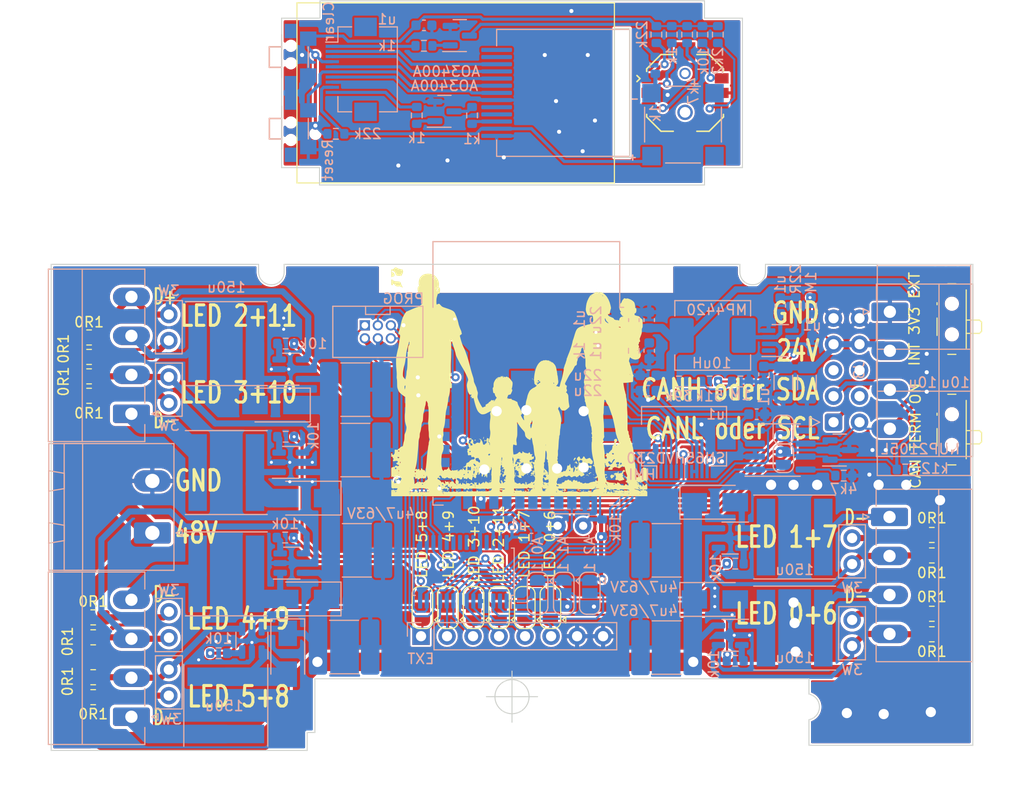
<source format=kicad_pcb>
(kicad_pcb (version 20211014) (generator pcbnew)
  (layers (0 "F.Cu" signal) (31 "B.Cu" signal) (34 "B.Paste" user) (35 "F.Paste" user) (36 "B.SilkS" user "B.Silkscreen") (37 "F.SilkS" user "F.Silkscreen") (38 "B.Mask" user) (39 "F.Mask" user) (44 "Edge.Cuts" user))
  (net 0 "")
  (net 1 "+3V3")
  (net 2 "GND")
  (net 3 "RESET")
  (net 4 "+24V")
  (net 5 "Net-(C8-Pad1)")
  (net 6 "Net-(C9-Pad1)")
  (net 7 "/SW")
  (net 8 "+48V")
  (net 9 "/LED_DRIVER1/D-")
  (net 10 "/LED_DRIVER2/D-")
  (net 11 "/LED_DRIVER3/D-")
  (net 12 "/LED_DRIVER4/D-")
  (net 13 "/LED_DRIVER5/D-")
  (net 14 "/LED_DRIVER6/D-")
  (net 15 "Net-(R2-Pad1)")
  (net 16 "Net-(R3-Pad2)")
  (net 17 "Net-(R4-Pad2)")
  (net 18 "Net-(J7-Pad1)")
  (net 19 "Net-(R5-Pad2)")
  (net 20 "Net-(R6-Pad1)")
  (net 21 "Net-(R6-Pad2)")
  (net 22 "/LED_DRIVER1/PWM")
  (net 23 "Net-(R9-Pad2)")
  (net 24 "/LED_DRIVER1/D+")
  (net 25 "/LED_DRIVER2/PWM")
  (net 26 "Net-(R11-Pad2)")
  (net 27 "/LED_DRIVER2/D+")
  (net 28 "/LED_DRIVER3/PWM")
  (net 29 "Net-(R13-Pad2)")
  (net 30 "/LED_DRIVER3/D+")
  (net 31 "/LED_DRIVER4/PWM")
  (net 32 "Net-(R15-Pad2)")
  (net 33 "/LED_DRIVER4/D+")
  (net 34 "/LED_DRIVER5/PWM")
  (net 35 "Net-(R17-Pad2)")
  (net 36 "/LED_DRIVER5/D+")
  (net 37 "/LED_DRIVER6/PWM")
  (net 38 "Net-(R19-Pad2)")
  (net 39 "/LED_DRIVER6/D+")
  (net 40 "CAN_TX")
  (net 41 "CAN_RX")
  (net 45 "SW1")
  (net 46 "/THERM")
  (net 47 "LED11")
  (net 48 "LED10")
  (net 49 "LED9")
  (net 50 "LED8")
  (net 51 "LED7")
  (net 58 "LED6")
  (net 59 "LED2")
  (net 60 "LED0")
  (net 61 "LED1")
  (net 63 "LED3")
  (net 65 "LED4")
  (net 66 "LED5")
  (net 75 "PROG_TX")
  (net 76 "PROG_RX")
  (net 77 "PROG_IO0")
  (net 81 "A0")
  (net 82 "A1")
  (net 83 "A2")
  (net 84 "CANH_SDA")
  (net 85 "CANL_SCL")
  (net 86 "/top_hmi/SW")
  (net 87 "GND1")
  (net 88 "/top_hmi/RS")
  (net 89 "/top_hmi/MOSI")
  (net 90 "/top_hmi/SCLK")
  (net 91 "MOSI")
  (net 92 "SCLK")
  (net 93 "RS")
  (net 94 "/LED_DRIVER1/LX")
  (net 95 "/LED_DRIVER2/LX")
  (net 96 "/LED_DRIVER3/LX")
  (net 97 "/LED_DRIVER4/LX")
  (net 98 "/LED_DRIVER5/LX")
  (net 99 "/LED_DRIVER6/LX")
  (net 100 "/LED_DRIVER1/R_sense")
  (net 101 "/LED_DRIVER2/R_sense")
  (net 102 "/LED_DRIVER3/R_sense")
  (net 103 "/LED_DRIVER4/R_sense")
  (net 104 "/LED_DRIVER5/R_sense")
  (net 105 "/LED_DRIVER6/R_sense")
  (net 106 "Net-(Q1-Pad1)")
  (net 107 "Net-(Q1-Pad3)")
  (net 108 "/top_hmi/BACKLIGHT")
  (net 109 "+3.3VP")
  (net 110 "Net-(R30-Pad2)")
  (net 111 "Net-(R31-Pad2)")
  (net 112 "Net-(R32-Pad2)")
  (net 113 "Net-(R33-Pad2)")
  (net 114 "Net-(R34-Pad2)")
  (net 117 "/top_hmi/CS")
  (net 120 "/top_hmi/RESET")
  (net 121 "Net-(R28-Pad2)")
  (net 122 "Net-(BZ1-PadN)")
  (net 123 "Net-(Q3-Pad1)")
  (net 124 "Net-(Q3-Pad3)")
  (net 125 "/top_hmi/BUZZER")
  (net 126 "BUZZER")
  (net 127 "BACKLIGHT")
  (footprint "liebler_OPTO:FP-114 13pol" (layer "F.Cu") (at 148.5 91)
    (fp_text reference "X1" hide)
    (fp_text value "LH114" hide)
  )
  (footprint "Resistor_SMD:R_0805_2012Metric_Pad1.20x1.40mm_HandSolder" (layer "F.Cu") (at 191 141.9 180)
    (fp_text reference "R26" hide)
    (fp_text value "0R1")
  )
  (footprint "Resistor_SMD:R_0805_2012Metric_Pad1.20x1.40mm_HandSolder" (layer "F.Cu") (at 191 143.9 180)
    (fp_text reference "R20" hide)
    (fp_text value "0R1")
  )
  (footprint "Resistor_SMD:R_0805_2012Metric_Pad1.20x1.40mm_HandSolder" (layer "F.Cu") (at 108.7 116.8)
    (fp_text reference "R24" hide)
    (fp_text value "0R1")
  )
  (footprint "Resistor_SMD:R_0805_2012Metric_Pad1.20x1.40mm_HandSolder" (layer "F.Cu") (at 109.1 150.05)
    (fp_text reference "R21" hide)
    (fp_text value "0R1")
  )
  (footprint "Resistor_SMD:R_0805_2012Metric_Pad1.20x1.40mm_HandSolder" (layer "F.Cu") (at 109.1 142.25)
    (fp_text reference "R22" hide)
    (fp_text value "0R1")
  )
  (footprint "Jumper:SolderJumper-3_P1.3mm_Open_RoundedPad1.0x1.5mm" (layer "F.Cu") (at 148.748751 141.291251 90)
    (fp_text reference "JP9" hide)
    (fp_text value "LED 2+11")
  )
  (footprint "Jumper:SolderJumper-3_P1.3mm_Open_RoundedPad1.0x1.5mm" (layer "F.Cu") (at 151.248751 141.291251 90)
    (fp_text reference "JP8" hide)
    (fp_text value "LED 1+7")
  )
  (footprint "Jumper:SolderJumper-3_P1.3mm_Open_RoundedPad1.0x1.5mm" (layer "F.Cu") (at 146.248751 141.291251 90)
    (fp_text reference "JP10" hide)
    (fp_text value "LED 3+10")
  )
  (footprint "Jumper:SolderJumper-3_P1.3mm_Open_RoundedPad1.0x1.5mm" (layer "F.Cu") (at 153.748751 141.291251 90)
    (fp_text reference "JP7" hide)
    (fp_text value "LED 0+6")
  )
  (footprint "Jumper:SolderJumper-3_P1.3mm_Open_RoundedPad1.0x1.5mm" (layer "F.Cu") (at 141.248751 141.291251 90)
    (fp_text reference "JP12" hide)
    (fp_text value "LED 5+8")
  )
  (footprint "liebler_MECH:SW_SPDT_PCM12_handsolder" (layer "F.Cu") (at 192.6275 113.1 90)
    (fp_text reference "SW3" hide)
    (fp_text value "INT 3V3 EXT")
  )
  (footprint "Resistor_SMD:R_0805_2012Metric_Pad1.20x1.40mm_HandSolder" (layer "F.Cu") (at 109.1 148.1)
    (fp_text reference "R10" hide)
    (fp_text value "0R1")
  )
  (footprint "liebler_DRAWINGS:family" (layer "F.Cu") (at 150.7 119.2)
    (fp_text reference "IMG1" hide)
    (fp_text value "Family" hide)
  )
  (footprint "Resistor_SMD:R_0805_2012Metric_Pad1.20x1.40mm_HandSolder" (layer "F.Cu") (at 191 136.2 180)
    (fp_text reference "R18" hide)
    (fp_text value "0R1")
  )
  (footprint "Resistor_SMD:R_0805_2012Metric_Pad1.20x1.40mm_HandSolder" (layer "F.Cu") (at 109.1 144.2)
    (fp_text reference "R12" hide)
    (fp_text value "0R1")
  )
  (footprint "Resistor_SMD:R_0805_2012Metric_Pad1.20x1.40mm_HandSolder" (layer "F.Cu") (at 191 134.2 180)
    (fp_text reference "R25" hide)
    (fp_text value "0R1")
  )
  (footprint "Resistor_SMD:R_0805_2012Metric_Pad1.20x1.40mm_HandSolder" (layer "F.Cu") (at 108.7 118.7)
    (fp_text reference "R14" hide)
    (fp_text value "0R1")
  )
  (footprint "liebler_MECH:SW_SPDT_PCM12_handsolder" (layer "F.Cu") (at 192.6275 123.9 90)
    (fp_text reference "SW2" hide)
    (fp_text value "CAN TERM ON")
  )
  (footprint "Resistor_SMD:R_0805_2012Metric_Pad1.20x1.40mm_HandSolder" (layer "F.Cu") (at 108.7 120.6)
    (fp_text reference "R23" hide)
    (fp_text value "0R1")
  )
  (footprint "Resistor_SMD:R_0805_2012Metric_Pad1.20x1.40mm_HandSolder" (layer "F.Cu") (at 108.7 114.9)
    (fp_text reference "R16" hide)
    (fp_text value "0R1")
  )
  (footprint "Jumper:SolderJumper-3_P1.3mm_Open_RoundedPad1.0x1.5mm" (layer "F.Cu") (at 143.748751 141.291251 90)
    (fp_text reference "JP11" hide)
    (fp_text value "LED 4+9")
  )
  (footprint "liebler_MECH:Alps_SKRHABE010" (layer "F.Cu") (at 166.9 91)
    (fp_text reference "S1" hide)
    (fp_text value "ALPS_SKRHABE010" hide)
  )
  (footprint "Diode_SMD:D_SMA" (layer "B.Cu") (at 169.8 131)
    (fp_text reference "D6" hide)
    (fp_text value "D" hide)
  )
  (footprint "RF_Module:ESP32-WROOM-32" (layer "B.Cu") (at 151.4 121.4 180)
    (fp_text reference "U2" hide)
    (fp_text value "ESP32-WROOM-32")
  )
  (footprint "Resistor_SMD:R_0603_1608Metric" (layer "B.Cu") (at 158.8 133.5 90)
    (fp_text reference "R39" hide)
    (fp_text value "10k")
  )
  (footprint "Resistor_SMD:R_0603_1608Metric" (layer "B.Cu") (at 164.1 85.3 -90)
    (fp_text reference "R30" hide)
    (fp_text value "22k")
  )
  (footprint "Capacitor_SMD:C_0603_1608Metric" (layer "B.Cu") (at 163.4 116.2 -90)
    (fp_text reference "C4" hide)
    (fp_text value "u1")
  )
  (footprint "Diode_SMD:D_SMA" (layer "B.Cu") (at 169.8 140.5)
    (fp_text reference "D7" hide)
    (fp_text value "D" hide)
  )
  (footprint "Inductor_SMD:L_Taiyo-Yuden_NR-80xx" (layer "B.Cu") (at 122.1 138)
    (fp_text reference "L3" hide)
    (fp_text value "150u" hide)
  )
  (footprint "Capacitor_SMD:C_2220_5650Metric" (layer "B.Cu") (at 134.7 125.9 180)
    (fp_text reference "C14" hide)
    (fp_text value "4u7/63V" hide)
  )
  (footprint "Jumper:SolderJumper-2_P1.3mm_Open_RoundedPad1.0x1.5mm" (layer "B.Cu") (at 176.5 123.9 -90)
    (fp_text reference "JP14" hide)
    (fp_text value "Jumper_2_Open" hide)
  )
  (footprint "Capacitor_SMD:C_0603_1608Metric" (layer "B.Cu") (at 161.9 113.2 90)
    (fp_text reference "C2" hide)
    (fp_text value "u1")
  )
  (footprint "Resistor_SMD:R_0603_1608Metric" (layer "B.Cu") (at 146.1 93.2 -90)
    (fp_text reference "R28" hide)
    (fp_text value "k1")
  )
  (footprint "Capacitor_SMD:C_1206_3216Metric" (layer "B.Cu") (at 178.8 119.3 -90)
    (fp_text reference "C5" hide)
    (fp_text value "10u")
  )
  (footprint "Resistor_SMD:R_0603_1608Metric" (layer "B.Cu") (at 127.9 124.6 180)
    (fp_text reference "R13" hide)
    (fp_text value "10k")
  )
  (footprint "liebler_MECH:Button_2x4x3,5_handsolder" (layer "B.Cu") (at 128.4075 94.5 -90)
    (fp_text reference "SW1" hide)
    (fp_text value "Reset")
  )
  (footprint "Jumper:SolderJumper-3_P1.3mm_Open_RoundedPad1.0x1.5mm" (layer "B.Cu") (at 152.5 139.891251 -90)
    (fp_text reference "SW4" hide)
    (fp_text value "A0 1")
  )
  (footprint "Connector_Phoenix_MC:PhoenixContact_MC_1,5_4-G-3.81_1x04_P3.81mm_Horizontal" (layer "B.Cu") (at 112.8325 122.36 90)
    (fp_text reference "J4" hide)
    (fp_text value "LED1+2" hide)
  )
  (footprint "Package_TO_SOT_SMD:SOT-23-5" (layer "B.Cu") (at 171.3 144 180)
    (fp_text reference "U10" hide)
    (fp_text value "ZXLD1362" hide)
  )
  (footprint "Resistor_SMD:R_0603_1608Metric" (layer "B.Cu") (at 141.4 86.4)
    (fp_text reference "R36" hide)
    (fp_text value "1k")
  )
  (footprint "Resistor_SMD:R_0603_1608Metric" (layer "B.Cu") (at 127.85 134.45 180)
    (fp_text reference "R11" hide)
    (fp_text value "10k")
  )
  (footprint "Capacitor_SMD:C_2220_5650Metric" (layer "B.Cu") (at 134.7 120 180)
    (fp_text reference "C15" hide)
    (fp_text value "4u7/63V" hide)
  )
  (footprint "Resistor_SMD:R_0603_1608Metric" (layer "B.Cu") (at 165.6 85.3 -90)
    (fp_text reference "R34" hide)
    (fp_text value "1k")
  )
  (footprint "Jumper:SolderJumper-2_P1.3mm_Open_RoundedPad1.0x1.5mm" (layer "B.Cu") (at 176.5 126.7 90)
    (fp_text reference "JP13" hide)
    (fp_text value "Jumper_2_Open" hide)
  )
  (footprint "Package_TO_SOT_SMD:SOT-23-5" (layer "B.Cu") (at 128.5 136.95)
    (fp_text reference "U6" hide)
    (fp_text value "ZXLD1362" hide)
  )
  (footprint "Inductor_SMD:L_Taiyo-Yuden_NR-80xx" (layer "B.Cu") (at 122.1 128.1)
    (fp_text reference "L4" hide)
    (fp_text value "150u" hide)
  )
  (footprint "Capacitor_SMD:C_2220_5650Metric" (layer "B.Cu") (at 133.6 145.15 180)
    (fp_text reference "C12" hide)
    (fp_text value "4u7/63V" hide)
  )
  (footprint "Capacitor_SMD:C_0603_1608Metric" (layer "B.Cu") (at 163.4 113.2 90)
    (fp_text reference "C1" hide)
    (fp_text value "22u")
  )
  (footprint "Package_TO_SOT_SMD:SOT-23-5" (layer "B.Cu") (at 128.4 127.1)
    (fp_text reference "U7" hide)
    (fp_text value "ZXLD1362" hide)
  )
  (footprint "Inductor_SMD:L_Abracon_ASPI-0630LR" (layer "B.Cu") (at 169.6 114.7 180)
    (fp_text reference "L1" hide)
    (fp_text value "10uH")
  )
  (footprint "Resistor_SMD:R_0603_1608Metric" (layer "B.Cu") (at 179.2 111.8 -90)
    (fp_text reference "R4" hide)
    (fp_text value "1M")
  )
  (footprint "Inductor_SMD:L_Taiyo-Yuden_NR-80xx" (layer "B.Cu") (at 177.6 143.3 180)
    (fp_text reference "L7" hide)
    (fp_text value "150u")
  )
  (footprint "liebler_CONN:Jumper 2x2.54" (layer "B.Cu") (at 116.485 121.3)
    (fp_text reference "JP3" hide)
    (fp_text value "3W")
  )
  (footprint "Resistor_SMD:R_0603_1608Metric" (layer "B.Cu") (at 188.4 127.8)
    (fp_text reference "R3" hide)
    (fp_text value "k12")
  )
  (footprint "liebler_CONN:IDC_2x03_P1.27mm_Vertical" (layer "B.Cu") (at 136.9 114.35 -90)
    (fp_text reference "J1" hide)
    (fp_text value "PROG")
  )
  (footprint "Capacitor_SMD:C_0603_1608Metric" (layer "B.Cu") (at 141.4 84.4)
    (fp_text reference "C19" hide)
    (fp_text value "u1")
  )
  (footprint "Connector_Phoenix_MC:PhoenixContact_MC_1,5_4-G-3.81_1x04_P3.81mm_Horizontal" (layer "B.Cu") (at 112.8325 151.96 90)
    (fp_text reference "J3" hide)
    (fp_text value "LED1+2" hide)
  )
  (footprint "liebler_CONN:Jumper 2x2.54" (layer "B.Cu") (at 183.215 134.5 180)
    (fp_text reference "JP5" hide)
    (fp_text value "3W")
  )
  (footprint "Capacitor_SMD:C_0603_1608Metric" (layer "B.Cu") (at 173.9 122.4)
    (fp_text reference "C3" hide)
    (fp_text value "u1")
  )
  (footprint "Inductor_SMD:L_Taiyo-Yuden_NR-80xx" (layer "B.Cu") (at 122.05 150.85 90)
    (fp_text reference "L2" hide)
    (fp_text value "150u")
  )
  (footprint "Capacitor_SMD:C_1206_3216Metric" (layer "B.Cu") (at 176.5 119.3 -90)
    (fp_text reference "C6" hide)
    (fp_text value "10u")
  )
  (footprint "Capacitor_SMD:C_0603_1608Metric" (layer "B.Cu") (at 151.9 134.55)
    (fp_text reference "C18" hide)
    (fp_text value "u1")
  )
  (footprint "Package_TO_SOT_SMD:SOT-23-5" (layer "B.Cu") (at 124.6 144.5 90)
    (fp_text reference "U5" hide)
    (fp_text value "ZXLD1362" hide)
  )
  (footprint "Connector_FFC-FPC:Hirose_FH12-10S-0.5SH_1x10-1MP_P0.50mm_Horizontal" (layer "B.Cu") (at 134.3 88.7 -90)
    (fp_text reference "J10" hide)
    (fp_text value "Conn_01x10" hide)
  )
  (footprint "Resistor_SMD:R_0603_1608Metric" (layer "B.Cu") (at 169.3 119.2 180)
    (fp_text reference "R6" hide)
    (fp_text value "51k")
  )
  (footprint "Resistor_SMD:R_0603_1608Metric" (layer "B.Cu") (at 182.4 128.4)
    (fp_text reference "R2" hide)
    (fp_text value "4k7")
  )
  (footprint "Capacitor_SMD:C_0603_1608Metric" (layer "B.Cu") (at 179.3 115.5 90)
    (fp_text reference "C8" hide)
    (fp_text value "u1")
  )
  (footprint "Diode_SMD:D_SMA" (layer "B.Cu") (at 128.1 145.8 -90)
    (fp_text reference "D2" hide)
    (fp_text value "D" hide)
  )
  (footprint "Capacitor_SMD:C_0603_1608Metric" (layer "B.Cu") (at 176.2 111.8 -90)
    (fp_text reference "C9" hide)
    (fp_text value "u1")
  )
  (footprint "Resistor_SMD:R_0603_1608Metric" (layer "B.Cu") (at 132.8 95 180)
    (fp_text reference "R29" hide)
    (fp_text value "22k")
  )
  (footprint "Capacitor_THT:C_Disc_D3.4mm_W2.1mm_P2.50mm" (layer "B.Cu") (at 156.95 133.3 180)
    (fp_text reference "TH1" hide)
    (fp_text value "Thermistor_NTC" hide)
  )
  (footprint "Resistor_SMD:R_0603_1608Metric" (layer "B.Cu") (at 127.9 115.5 180)
    (fp_text reference "R15" hide)
    (fp_text value "10k")
  )
  (footprint "Connector_IDC:IDC-Header_2x05_P2.54mm_Horizontal" (layer "B.Cu") (at 181.4 123.18)
    (fp_text reference "J7" hide)
    (fp_text value "SensactBusConnector" hide)
  )
  (footprint "Connector_FFC-FPC:Hirose_FH12-10S-0.5SH_1x10-1MP_P0.50mm_Horizontal" (layer "B.Cu") (at 166.8 126.15)
    (fp_text reference "J9" hide)
    (fp_text value "HMI")
  )
  (footprint "liebler_MECH:Button_2x4x3,5_handsolder" (layer "B.Cu") (at 128.4 87.5 -90)
    (fp_text reference "SW7" hide)
    (fp_text value "Clear")
  )
  (footprint "Resistor_SMD:R_0603_1608Metric" (layer "B.Cu") (at 164 88.3 -90)
    (fp_text reference "R37" hide)
    (fp_text value "1k")
  )
  (footprint "liebler_CONN:Jumper 2x2.54" (layer "B.Cu") (at 183.215 142.5 180)
    (fp_text reference "JP6" hide)
    (fp_text value "3W")
  )
  (footprint "Diode_SMD:D_SMA" (layer "B.Cu") (at 129.9 140.45 180)
    (fp_text reference "D3" hide)
    (fp_text value "D" hide)
  )
  (footprint "liebler_CONN:Jumper 2x2.54" (layer "B.Cu") (at 116.5 141.7 180)
    (fp_text reference "JP2" hide)
    (fp_text value "3W")
  )
  (footprint "Capacitor_SMD:C_0603_1608Metric" (layer "B.Cu") (at 163.3 120.1 180)
    (fp_text reference "C10" hide)
    (fp_text value "22u")
  )
  (footprint "Resistor_SMD:R_0603_1608Metric" (layer "B.Cu") (at 171.8 137)
    (fp_text reference "R17" hide)
    (fp_text value "10k")
  )
  (footprint "liebler_MECH:XDCR_CMT-7525-80-SMT-TR" (layer "B.Cu") (at 166.7 94.1)
    (fp_text reference "BZ1" hide)
    (fp_text value "Buzzer" hide)
  )
  (footprint "Resistor_SMD:R_0603_1608Metric" (layer "B.Cu") (at 171.8 146.5)
    (fp_text reference "R19" hide)
    (fp_text value "10k")
  )
  (footprint "Package_TO_SOT_SMD:SOT-23-5" (layer "B.Cu") (at 171.3 134.5 180)
    (fp_text reference "U9" hide)
    (fp_text value "ZXLD1362" hide)
  )
  (footprint "Resistor_SMD:R_0603_1608Metric" (layer "B.Cu") (at 177.7 111.8 -90)
    (fp_text reference "R5" hide)
    (fp_text value "22R")
  )
  (footprint "Resistor_SMD:R_0603_1608Metric" (layer "B.Cu") (at 166.3 119.2 180)
    (fp_text reference "R8" hide)
    (fp_text value "39k")
  )
  (footprint "liebler_CONN:Jumper 2x2.54" (layer "B.Cu") (at 116.485 149.9)
    (fp_text reference "JP1" hide)
    (fp_text value "3W")
  )
  (footprint "Diode_SMD:D_SMA" (layer "B.Cu") (at 126.9 121.5 180)
    (fp_text reference "D5" hide)
    (fp_text value "D" hide)
  )
  (footprint "Resistor_SMD:R_0603_1608Metric" (layer "B.Cu") (at 161.9 116.2 -90)
    (fp_text reference "R1" hide)
    (fp_text value "1k")
  )
  (footprint "Package_SO:SOIC-8_3.9x4.9mm_P1.27mm" (layer "B.Cu") (at 176.2 125.9)
    (fp_text reference "U1" hide)
    (fp_text value "SN65HVD230")
  )
  (footprint "Jumper:SolderJumper-3_P1.3mm_Open_RoundedPad1.0x1.5mm" (layer "B.Cu") (at 155.0575 139.891251 -90)
    (fp_text reference "SW5" hide)
    (fp_text value "A1 1")
  )
  (footprint "Connector_Phoenix_MSTB:PhoenixContact_MSTBA_2,5_2-G-5,08_1x02_P5.08mm_Horizontal" (layer "B.Cu") (at 114.8775 134 90)
    (fp_text reference "J6" hide)
    (fp_text value "Conn_01x02" hide)
  )
  (footprint "Capacitor_SMD:C_0603_1608Metric" (layer "B.Cu") (at 174.6 118.5 -90)
    (fp_text reference "C7" hide)
    (fp_text value "u1")
  )
  (footprint "Connector_Phoenix_MC:PhoenixContact_MC_1,5_4-G-3.81_1x04_P3.81mm_Horizontal" (layer "B.Cu") (at 186.9 112.39 -90)
    (fp_text reference "J8")
    (fp_text value "POWER+CAN")
  )
  (footprint "Capacitor_SMD:C_0603_1608Metric" (layer "B.Cu") (at 163.3 118.6 180)
    (fp_text reference "C11" hide)
    (fp_text value "22u")
  )
  (footprint "Package_TO_SOT_SMD:SOT-23-5" (layer "B.Cu") (at 128.4 118)
    (fp_text reference "U8" hide)
    (fp_text value "ZXLD1362" hide)
  )
  (footprint "Inductor_SMD:L_Taiyo-Yuden_NR-80xx" (layer "B.Cu") (at 177.6 134.4 180)
    (fp_text reference "L6" hide)
    (fp_text value "150u")
  )
  (footprint "Capacitor_SMD:C_2220_5650Metric" (layer "B.Cu") (at 165.1 145.2)
    (fp_text reference "C17" hide)
    (fp_text value "4u7/63V")
  )
  (footprint "Package_TO_SOT_SMD:SOT-23" (layer "B.Cu") (at 144.9 85.4)
    (fp_text reference "Q3" hide)
    (fp_text value "AO3400A")
  )
  (footprint "Resistor_SMD:R_0603_1608Metric" (layer "B.Cu") (at 167.1 85.3 -90)
    (fp_text reference "R32" hide)
    (fp_text value "4k7")
  )
  (footprint "Resistor_SMD:R_0603_1608Metric" (layer "B.Cu") (at 168.6 85.3 -90)
    (fp_text reference "R31" hide)
    (fp_text value "10k")
  )
  (footprint "Diode_SMD:D_SMA" (layer "B.Cu") (at 129.9 130.6 180)
    (fp_text reference "D4" hide)
    (fp_text value "D" hide)
  )
  (footprint "Package_SO:TSSOP-28_4.4x9.7mm_P0.65mm" (layer "B.Cu") (at 145.25 137.791251 90)
    (fp_text reference "U4" hide)
    (fp_text value "PCA9685PW" hide)
  )
  (footprint "Resistor_SMD:R_0603_1608Metric" (layer "B.Cu") (at 121.35 145.75)
    (fp_text reference "R9" hide)
    (fp_text value "10k")
  )
  (footprint "Resistor_SMD:R_0603_1608Metric" (layer "B.Cu") (at 140.7 93.2 -90)
    (fp_text reference "R27" hide)
    (fp_text value "1k")
  )
  (footprint "Capacitor_SMD:C_2220_5650Metric" (layer "B.Cu") (at 165.1 135.7)
    (fp_text reference "C16" hide)
    (fp_text value "4u7/63V")
  )
  (footprint "Resistor_SMD:R_0603_1608Metric" (layer "B.Cu") (at 172.3 119.2)
    (fp_text reference "R7" hide)
    (fp_text value "1M")
  )
  (footprint "Package_TO_SOT_SMD:SOT-23" (layer "B.Cu") (at 182 125.9)
    (fp_text reference "D1" hide)
    (fp_text value "NUP2105L")
  )
  (footprint "Jumper:SolderJumper-3_P1.3mm_Open_RoundedPad1.0x1.5mm" (layer "B.Cu") (at 157.6 139.891251 -90)
    (fp_text reference "SW6" hide)
    (fp_text value "A2 1")
  )
  (footprint "Connector_PinHeader_2.54mm:PinHeader_1x08_P2.54mm_Vertical" (layer "B.Cu") (at 141.116251 144.091251 -90)
    (fp_text reference "J2" hide)
    (fp_text value "EXT")
  )
  (footprint "Package_TO_SOT_SMD:TSOT-23-8" (layer "B.Cu") (at 176.2 115.2)
    (fp_text reference "U3" hide)
    (fp_text value "MP4420")
  )
  (footprint "liebler_CONN:Jumper 2x2.54" (layer "B.Cu") (at 116.485 115.2)
    (fp_text reference "JP4" hide)
    (fp_text value "3W")
  )
  (footprint "Package_TO_SOT_SMD:SOT-23" (layer "B.Cu") (at 143.4 92.8)
    (fp_text reference "Q1" hide)
    (fp_text value "AO3400A")
  )
  (footprint "Inductor_SMD:L_Taiyo-Yuden_NR-80xx" (layer "B.Cu") (at 122.1 115.5)
    (fp_text reference "L5" hide)
    (fp_text value "150u")
  )
  (footprint "Capacitor_SMD:C_2220_5650Metric" (layer "B.Cu") (at 134.85 135.7 180)
    (fp_text reference "C13" hide)
    (fp_text value "4u7/63V")
  )
  (footprint "Resistor_SMD:R_0603_1608Metric" (layer "B.Cu") (at 170.1 85.3 -90)
    (fp_text reference "R33" hide)
    (fp_text value "2k2")
  )
  (footprint "Connector_Phoenix_MC:PhoenixContact_MC_1,5_4-G-3.81_1x04_P3.81mm_Horizontal" (layer "B.Cu") (at 186.8675 132.44 -90)
    (fp_text reference "J5" hide)
    (fp_text value "LED1+2" hide)
  )
  (gr_line (start 131.2 100) (end 168.8 100) (layer "Edge.Cuts") (width 0.1))
  (gr_arc (start 174.75 108.5) (mid 173.5 109.75) (end 172.25 108.5) (layer "Edge.Cuts") (width 0.1))
  (gr_line (start 130.75 153.5) (end 130.75 148.25) (layer "Edge.Cuts") (width 0.1))
  (gr_line (start 127.75 107.75) (end 129.25 107.75) (layer "Edge.Cuts") (width 0.1))
  (gr_line (start 170.75 107.75) (end 129.25 107.75) (layer "Edge.Cuts") (width 0.1))
  (gr_line (start 105 107.75) (end 105 155.25) (layer "Edge.Cuts") (width 0.1))
  (gr_line (start 172.5 83.7) (end 172.5 98.3) (layer "Edge.Cuts") (width 0.1))
  (gr_line (start 130 155.25) (end 130 153.5) (layer "Edge.Cuts") (width 0.1))
  (gr_line (start 125.25 107.75) (end 105 107.75) (layer "Edge.Cuts") (width 0.1))
  (gr_line (start 127.5 98.3) (end 127.5 83.7) (layer "Edge.Cuts") (width 0.1))
  (gr_line (start 130.75 148.25) (end 179 148.25) (layer "Edge.Cuts") (width 0.1))
  (gr_line (start 179 154.75) (end 195 154.75) (layer "Edge.Cuts") (width 0.1))
  (gr_line (start 131.25 82) (end 168.8 82) (layer "Edge.Cuts") (width 0.1))
  (gr_line (start 125.25 108.5) (end 125.25 107.75) (layer "Edge.Cuts") (width 0.1))
  (gr_line (start 172.5 98.3) (end 168.8 98.3) (layer "Edge.Cuts") (width 0.1))
  (gr_rect (start 160 84.7) (end 161.5 97.3) (layer "Edge.Cuts") (width 0.1) (fill none))
  (gr_line (start 131.2 98.3) (end 131.2 100) (layer "Edge.Cuts") (width 0.1))
  (gr_line (start 127.5 83.7) (end 131.25 83.7) (layer "Edge.Cuts") (width 0.1))
  (gr_line (start 130 153.5) (end 130.75 153.5) (layer "Edge.Cuts") (width 0.1))
  (gr_line (start 179 148.25) (end 179 149.75) (layer "Edge.Cuts") (width 0.1))
  (gr_line (start 168.8 82) (end 168.8 83.7) (layer "Edge.Cuts") (width 0.1))
  (gr_arc (start 179 149.750001) (mid 180.024754 151) (end 179 152.249999) (layer "Edge.Cuts") (width 0.1))
  (gr_arc (start 127.75 108.5) (mid 126.5 109.75) (end 125.25 108.5) (layer "Edge.Cuts") (width 0.1))
  (gr_line (start 179 154.75) (end 179 152.25) (layer "Edge.Cuts") (width 0.1))
  (gr_line (start 105 155.25) (end 130 155.25) (layer "Edge.Cuts") (width 0.1))
  (gr_line (start 127.75 108.5) (end 127.75 107.75) (layer "Edge.Cuts") (width 0.1))
  (gr_line (start 195 154.75) (end 195 107.75) (layer "Edge.Cuts") (width 0.1))
  (gr_line (start 168.8 83.7) (end 172.5 83.7) (layer "Edge.Cuts") (width 0.1))
  (gr_line (start 172.25 108.5) (end 172.25 107.75) (layer "Edge.Cuts") (width 0.1))
  (gr_line (start 174.75 108.5) (end 174.75 107.75) (layer "Edge.Cuts") (width 0.1))
  (gr_line (start 131.25 83.7) (end 131.25 82) (layer "Edge.Cuts") (width 0.1))
  (gr_line (start 172.25 107.75) (end 170.75 107.75) (layer "Edge.Cuts") (width 0.1))
  (gr_line (start 195 107.75) (end 174.75 107.75) (layer "Edge.Cuts") (width 0.1))
  (gr_line (start 131.2 98.3) (end 127.5 98.3) (layer "Edge.Cuts") (width 0.1))
  (gr_line (start 168.8 100) (end 168.8 98.3) (layer "Edge.Cuts") (width 0.1))
  (gr_text "D-" (at 183.6 140.1) (layer "F.SilkS") (effects (font (size 1.5 1) (thickness 0.2))))
  (gr_text "GND" (at 180.2 112.5) (layer "F.SilkS") (effects (font (size 2 1.5) (thickness 0.3)) (justify right)))
  (gr_text "D-" (at 183.6 132.5) (layer "F.SilkS") (effects (font (size 1.5 1) (thickness 0.2))))
  (gr_text "LED 5+8" (at 123.3 150) (layer "F.SilkS") (effects (font (size 2 1.5) (thickness 0.3))))
  (gr_text "LED 2+11" (at 123.3 112.8) (layer "F.SilkS") (effects (font (size 2 1.5) (thickness 0.3))))
  (gr_text "D-" (at 116.1 152) (layer "F.SilkS") (effects (font (size 1.5 1) (thickness 0.2))))
  (gr_text "LED 0+6" (at 176.8 141.9) (layer "F.SilkS") (effects (font (size 2 1.5) (thickness 0.3))))
  (gr_text "D-" (at 116.1 123) (layer "F.SilkS") (effects (font (size 1.5 1) (thickness 0.2))))
  (gr_text "LED 1+7" (at 176.8 134.4) (layer "F.SilkS") (effects (font (size 2 1.5) (thickness 0.3))))
  (gr_text "48V" (at 116.9 134) (layer "F.SilkS") (effects (font (size 2 1.5) (thickness 0.3)) (justify left)))
  (gr_text "CANH oder SDA" (at 180.2 120) (layer "F.SilkS") (effects (font (size 2 1.5) (thickness 0.3)) (justify right)))
  (gr_text "D-" (at 116.1 140) (layer "F.SilkS") (effects (font (size 1.5 1) (thickness 0.2))))
  (gr_text "GND" (at 116.9 128.9) (layer "F.SilkS") (effects (font (size 2 1.5) (thickness 0.3)) (justify left)))
  (gr_text "LED 4+9" (at 123.3 142.4) (layer "F.SilkS") (effects (font (size 2 1.5) (thickness 0.3))))
  (gr_text "CANL oder SCL" (at 180.2 123.8) (layer "F.SilkS") (effects (font (size 2 1.5) (thickness 0.3)) (justify right)))
  (gr_text "LED 3+10" (at 123.3 120.3) (layer "F.SilkS") (effects (font (size 2 1.5) (thickness 0.3))))
  (gr_text "24V" (at 180.2 116.2) (layer "F.SilkS") (effects (font (size 2 1.5) (thickness 0.3)) (justify right)))
  (gr_text "D+" (at 116.1 110.9) (layer "F.SilkS") (effects (font (size 1.5 1) (thickness 0.2))))
  (target plus (at 150 150) (size 5) (width 0.1) (layer "Edge.Cuts"))
  (segment (start 170.377138 131.9) (end 158.7 131.9) (width 0.4) (layer "F.Cu") (net 1))
  (segment (start 177.6 123.4) (end 177.6 126.4) (width 0.4) (layer "F.Cu") (net 1))
  (segment (start 177.6 126.4) (end 176.5 127.5) (width 0.4) (layer "F.Cu") (net 1))
  (segment (start 190.9475 110.85) (end 189.55 110.85) (width 0.6) (layer "F.Cu") (net 1))
  (segment (start 150.5 131.9) (end 149.8 132.6) (width 0.4) (layer "F.Cu") (net 1))
  (segment (start 141.3 114.4) (end 138.8 116.9) (width 0.6) (layer "F.Cu") (net 1))
  (segment (start 158.2 114.4) (end 141.3 114.4) (width 0.6) (layer "F.Cu") (net 1))
  (segment (start 137.401477 116.9) (end 135.63 115.128523) (width 0.6) (layer "F.Cu") (net 1))
  (segment (start 149.8 132.6) (end 149.8 133.25) (width 0.4) (layer "F.Cu") (net 1))
  (segment (start 158.8 138.5) (end 158.7 138.4) (width 0.4) (layer "F.Cu") (net 1))
  (segment (start 158.7 138.4) (end 158.7 134.4) (width 0.4) (layer "F.Cu") (net 1))
  (segment (start 158.7 131.9) (end 150.5 131.9) (width 0.4) (layer "F.Cu") (net 1))
  (segment (start 174.3 120.1) (end 177.6 123.4) (width 0.4) (layer "F.Cu") (net 1))
  (segment (start 138.8 116.9) (end 137.401477 116.9) (width 0.6) (layer "F.Cu") (net 1))
  (segment (start 189.55 110.85) (end 189.1 110.4) (width 0.6) (layer "F.Cu") (net 1))
  (segment (start 174.777138 127.5) (end 170.377138 131.9) (width 0.4) (layer "F.Cu") (net 1))
  (segment (start 158.7 131.9) (end 158.7 134.4) (width 0.4) (layer "F.Cu") (net 1))
  (segment (start 176.5 127.5) (end 174.777138 127.5) (width 0.4) (layer "F.Cu") (net 1))
  (segment (start 165.6 120.1) (end 174.3 120.1) (width 0.4) (layer "F.Cu") (net 1))
  (segment (start 149.8 133.25) (end 150 133.45) (width 0.4) (layer "F.Cu") (net 1))
  (via (at 165.6 120.1) (size 0.6) (drill 0.3) (layers "F.Cu" "B.Cu") (net 1))
  (via (at 158.8 138.5) (size 0.8) (drill 0.4) (layers "F.Cu" "B.Cu") (net 1))
  (via (at 158.7 134.4) (size 0.8) (drill 0.4) (layers "F.Cu" "B.Cu") (net 1))
  (via (at 158.2 114.4) (size 0.6) (drill 0.3) (layers "F.Cu" "B.Cu") (net 1))
  (via (at 150 133.45) (size 0.8) (drill 0.4) (layers "F.Cu" "B.Cu") (net 1))
  (via (at 189.1 110.4) (size 0.6) (drill 0.3) (layers "F.Cu" "B.Cu") (net 1))
  (segment (start 163.4 113.975) (end 164.65 113.975) (width 0.8) (layer "B.Cu") (net 1))
  (segment (start 172.4 123.125) (end 173.125 122.4) (width 0.3) (layer "B.Cu") (net 1))
  (segment (start 173.065 125.265) (end 172.4 124.6) (width 0.3) (layer "B.Cu") (net 1))
  (segment (start 165.475 120.1) (end 165.475 118.475) (width 0.8) (layer "B.Cu") (net 1))
  (segment (start 157.608749 138.591251) (end 157.6 138.591251) (width 0.3) (layer "B.Cu") (net 1))
  (segment (start 150 134.403751) (end 150.978751 134.403751) (width 0.3) (layer "B.Cu") (net 1))
  (segment (start 174.1 110.2) (end 171.875 110.2) (width 0.6) (layer "B.Cu") (net 1))
  (segment (start 163.4 113.975) (end 161.9 113.975) (width 0.8) (layer "B.Cu") (net 1))
  (segment (start 172.4 124.6) (end 172.4 123.125) (width 0.3) (layer "B.Cu") (net 1))
  (segment (start 165.35 118.6) (end 165.475 118.475) (width 0.8) (layer "B.Cu") (net 1))
  (segment (start 150 134.403751) (end 150 133.45) (width 0.3) (layer "B.Cu") (net 1))
  (segment (start 165.475 116.6) (end 166.375 115.7) (width 0.8) (layer "B.Cu") (net 1))
  (segment (start 164.075 120.502842) (end 168.55 124.977843) (width 0.3) (layer "B.Cu") (net 1))
  (segment (start 161.9 115.35) (end 161.9 113.975) (width 0.8) (layer "B.Cu") (net 1))
  (segment (start 188.1 109.4) (end 174.9 109.4) (width 0.6) (layer "B.Cu") (net 1))
  (segment (start 165.475 118.475) (end 165.475 116.6) (width 0.8) (layer "B.Cu") (net 1))
  (segment (start 157.6 138.591251) (end 155.0575 138.591251) (width 0.3) (layer "B.Cu") (net 1))
  (segment (start 149.475 134.928751) (end 150 134.403751) (width 0.3) (layer "B.Cu") (net 1))
  (segment (start 168.55 124.977843) (end 168.55 128) (width 0.3) (layer "B.Cu") (net 1))
  (segment (start 164.075 118.6) (end 165.35 118.6) (width 0.8) (layer "B.Cu") (net 1))
  (segment (start 173.125 122.4) (end 165.972156 122.4) (width 0.3) (layer "B.Cu") (net 1))
  (segment (start 158.8 138.5) (end 157.7 138.5) (width 0.3) (layer "B.Cu") (net 1))
  (segment (start 165.475 120.1) (end 164.075 120.1) (width 0.8) (layer "B.Cu") (net 1))
  (segment (start 159.9 114.415) (end 161.46 114.415) (width 0.8) (layer "B.Cu") (net 1))
  (segment (start 157.7 138.5) (end 157.608749 138.591251) (width 0.3) (layer "B.Cu") (net 1))
  (segment (start 171.875 110.2) (end 166.375 115.7) (width 0.6) (layer "B.Cu") (net 1))
  (segment (start 158.215 114.415) (end 158.2 114.4) (width 0.6) (layer "B.Cu") (net 1))
  (segment (start 189.1 110.4) (end 188.1 109.4) (width 0.6) (layer "B.Cu") (net 1))
  (segment (start 174.9 109.4) (end 174.1 110.2) (width 0.6) (layer "B.Cu") (net 1))
  (segment (start 164.65 113.975) (end 166.375 115.7) (width 0.8) (layer "B.Cu") (net 1))
  (segment (start 161.46 114.415) (end 161.9 113.975) (width 0.8) (layer "B.Cu") (net 1))
  (segment (start 152.5 138.591251) (end 155.0575 138.591251) (width 0.3) (layer "B.Cu") (net 1))
  (segment (start 159.9 114.415) (end 158.215 114.415) (width 0.6) (layer "B.Cu") (net 1))
  (segment (start 164.075 120.1) (end 164.075 120.502842) (width 0.3) (layer "B.Cu") (net 1))
  (segment (start 138.534654 116.034654) (end 141.469308 113.1) (width 0.6) (layer "F.Cu") (net 2))
  (segment (start 136.9 115.2) (end 137.734654 116.034654) (width 0.6) (layer "F.Cu") (net 2))
  (segment (start 136.9 114.985) (end 136.9 115.2) (width 0.6) (layer "F.Cu") (net 2))
  (segment (start 141.469308 113.1) (end 144.4 113.1) (width 0.6) (layer "F.Cu") (net 2))
  (segment (start 137.734654 116.034654) (end 138.534654 116.034654) (width 0.6) (layer "F.Cu") (net 2))
  (via (at 158 141.2) (size 0.8) (drill 0.4) (layers "F.Cu" "B.Cu") (net 2))
  (via (at 171.7 144) (size 0.6) (drill 0.3) (layers "F.Cu" "B.Cu") (net 2))
  (via (at 155.4 141.2) (size 0.8) (drill 0.4) (layers "F.Cu" "B.Cu") (net 2))
  (via (at 130.5 127.1) (size 0.6) (drill 0.3) (layers "F.Cu" "B.Cu") (net 2))
  (via (at 179.8 129.3) (size 1.6) (drill 1) (layers "F.Cu" "B.Cu") (net 2))
  (via (at 157 127.6) (size 1.6) (drill 1) (layers "F.Cu" "B.Cu") (net 2))
  (via (at 177.5 140.8) (size 1.6) (drill 1) (layers "F.Cu" "B.Cu") (net 2))
  (via (at 190.9 151.5) (size 1.6) (drill 1) (layers "F.Cu" "B.Cu") (net 2))
  (via (at 128.3 127.1) (size 0.6) (drill 0.3) (layers "F.Cu" "B.Cu") (net 2))
  (via (at 185.8 129.3) (size 1.6) (drill 1) (layers "F.Cu" "B.Cu") (net 2))
  (via (at 130.5 129) (size 0.6) (drill 0.3) (layers "F.Cu" "B.Cu") (net 2))
  (via (at 128.3 116.5) (size 0.6) (drill 0.3) (layers "F.Cu" "B.Cu") (net 2))
  (via (at 157 122.1) (size 1.6) (drill 1) (layers "F.Cu" "B.Cu") (net 2))
  (via (at 169.8 139.4) (size 0.6) (drill 0.3) (layers "F.Cu" "B.Cu") (net 2))
  (via (at 171.5 142) (size 0.6) (drill 0.3) (layers "F.Cu" "B.Cu") (net 2))
  (via (at 163.2 126.7) (size 0.8) (drill 0.4) (layers "F.Cu" "B.Cu") (net 2))
  (via (at 190.5 118.3) (size 0.8) (drill 0.4) (layers "F.Cu" "B.Cu") (net 2))
  (via (at 185.2 125.9) (size 0.8) (drill 0.4) (layers "F.Cu" "B.Cu") (net 2))
  (via (at 170.5 127) (size 0.8) (drill 0.4) (layers "F.Cu" "B.Cu") (net 2))
  (via (at 154.4 127.7) (size 1.6) (drill 1) (layers "F.Cu" "B.Cu") (net 2))
  (via (at 128.3 129) (size 0.6) (drill 0.3) (layers "F.Cu" "B.Cu") (net 2))
  (via (at 186.5 125.9) (size 0.8) (drill 0.4) (layers "F.Cu" "B.Cu") (net 2))
  (via (at 139.4 113.7) (size 0.8) (drill 0.4) (layers "F.Cu" "B.Cu") (net 2))
  (via (at 190.5 120.2) (size 0.8) (drill 0.4) (layers "F.Cu" "B.Cu") (net 2))
  (via (at 191.8 130.8) (size 1.6) (drill 1) (layers "F.Cu" "B.Cu") (net 2))
  (via (at 127.7 114.1) (size 0.6) (drill 0.3) (layers "F.Cu" "B.Cu") (net 2))
  (via (at 175.3 129.3) (size 1.6) (drill 1) (layers "F.Cu" "B.Cu") (net 2))
  (via (at 127.7 113) (size 0.6) (drill 0.3) (layers "F.Cu" "B.Cu") (net 2))
  (via (at 173.2 144) (size 0.6) (drill 0.3) (layers "F.Cu" "B.Cu") (net 2))
  (via (at 128.2 118) (size 0.6) (drill 0.3) (layers "F.Cu" "B.Cu") (net 2))
  (via (at 128.3 119.9) (size 0.6) (drill 0.3) (layers "F.Cu" "B.Cu") (net 2))
  (via (at 122.4 144.6) (size 0.6) (drill 0.3) (layers "F.Cu" "B.Cu") (net 2))
  (via (at 126.5 127.1) (size 0.6) (drill 0.3) (layers "F.Cu" "B.Cu") (net 2))
  (via (at 168.5 123.4) (size 0.8) (drill 0.4) (layers "F.Cu" "B.Cu") (net 2))
  (via (at 151.4 127.7) (size 1.6) (drill 1) (layers "F.Cu" "B.Cu") (net 2))
  (via (at 144.4 113.1) (size 0.6) (drill 0.3) (layers "F.Cu" "B.Cu") (net 2))
  (via (at 140.8 118.8) (size 0.8) (drill 0.4) (layers "F.Cu" "B.Cu") (net 2))
  (via (at 188.5 129.3) (size 1.6) (drill 1) (layers "F.Cu" "B.Cu") (net 2))
  (via (at 186.3 151.7) (size 1.6) (drill 1) (layers "F.Cu" "B.Cu") (net 2))
  (via (at 151.4 122) (size 1.6) (drill 1) (layers "F.Cu" "B.Cu") (net 2))
  (via (at 119.4 146.4) (size 0.6) (drill 0.3) (layers "F.Cu" "B.Cu") (net 2))
  (via (at 163.3 121) (size 0.8) (drill 0.4) (layers "F.Cu" "B.Cu") (net 2))
  (via (at 121.1 144.6) (size 0.6) (drill 0.3) (layers "F.Cu" "B.Cu") (net 2))
  (via (at 169.8 140.2) (size 0.6) (drill 0.3) (layers "F.Cu" "B.Cu") (net 2))
  (via (at 124.6 144.7) (size 0.6) (drill 0.3) (layers "F.Cu" "B.Cu") (net 2))
  (via (at 184.9 128.3) (size 0.8) (drill 0.4) (layers "F.Cu" "B.Cu") (net 2))
  (via (at 182.7 151.6) (size 1.6) (drill 1) (layers "F.Cu" "B.Cu") (net 2))
  (via (at 177.5 129.3) (size 1.6) (drill 1) (layers "F.Cu" "B.Cu") (net 2))
  (via (at 124.6 142.4) (size 0.6) (drill 0.3) (layers "F.Cu" "B.Cu") (net 2))
  (via (at 177.6 142.8) (size 1.6) (drill 1) (layers "F.Cu" "B.Cu") (net 2))
  (via (at 169.8 141.2) (size 0.6) (drill 0.3) (layers "F.Cu" "B.Cu") (net 2))
  (via (at 190.5 116.5) (size 0.8) (drill 0.4) (layers "F.Cu" "B.Cu") (net 2))
  (via (at 126.5 118) (size 0.6) (drill 0.3) (layers "F.Cu" "B.Cu") (net 2))
  (via (at 147.3 127.8) (size 1.6) (drill 1) (layers "F.Cu" "B.Cu") (net 2))
  (via (at 148.5 122.1) (size 1.6) (drill 1) (layers "F.Cu" "B.Cu") (net 2))
  (via (at 177.7 145.6) (size 1.6) (drill 1) (layers "F.Cu" "B.Cu") (net 2))
  (segment (start 159.9 113.145) (end 160.62 112.425) (width 0.8) (layer "B.Cu") (net 2))
  (segment (start 124.6 146.3) (end 124.249511 146.650489) (width 0.4) (layer "B.Cu") (net 2))
  (segment (start 153.15 137.8) (end 153.14174 137.79174) (width 0.2) (layer "B.Cu") (net 2))
  (segment (start 124.6 145.6375) (end 124.6 146.3) (width 0.4) (layer "B.Cu") (net 2))
  (segment (start 146.875 140.653751) (end 147.525 140.653751) (width 0.2) (layer "B.Cu") (net 2))
  (segment (start 146.875 134.928751) (end 146.875 132.925) (width 0.3) (layer "B.Cu") (net 2))
  (segment (start 146.9 135.9) (end 146.9 134.953751) (width 0.3) (layer "B.Cu") (net 2))
  (segment (start 153.14174 137.79174) (end 151.85826 137.79174) (width 0.2) (layer "B.Cu") (net 2))
  (segment (start 163.3 121) (end 162.84904 121) (width 0.3) (layer "B.Cu") (net 2))
  (segment (start 146.5 136.3) (end 146.9 135.9) (width 0.3) (layer "B.Cu") (net 2))
  (segment (start 142.9 113.145) (end 144.355 113.145) (width 0.6) (layer "B.Cu") (net 2))
  (segment (start 156.1 137.791751) (end 156.099989 137.79174) (width 0.2) (layer "B.Cu") (net 2))
  (segment (start 160.62 112.425) (end 161.9 112.425) (width 0.8) (layer "B.Cu") (net 2))
  (segment (start 145.53427 136.3) (end 146.5 136.3) (width 0.3) (layer "B.Cu") (net 2))
  (segment (start 163.4 112.425) (end 161.9 112.425) (width 0.8) (layer "B.Cu") (net 2))
  (segment (start 153.15826 137.79174) (end 153.15 137.8) (width 0.2) (layer "B.Cu") (net 2))
  (segment (start 146.9 134.953751) (end 146.875 134.928751) (width 0.3) (layer "B.Cu") (net 2))
  (segment (start 168.05 128) (end 167.55 128) (width 0.3) (layer "B.Cu") (net 2))
  (segment (start 141.025 140.653751) (end 141.025 139.930534) (width 0.3) (layer "B.Cu") (net 2))
  (segment (start 142.187843 138.767691) (end 143.066579 138.767691) (width 0.3) (layer "B.Cu") (net 2))
  (segment (start 143.066579 138.767691) (end 145.53427 136.3) (width 0.3) (layer "B.Cu") (net 2))
  (segment (start 151.85826 137.79174) (end 150.033269 139.616731) (width 0.2) (layer "B.Cu") (net 2))
  (segment (start 146.875 132.925) (end 146.9 132.9) (width 0.3) (layer "B.Cu") (net 2))
  (segment (start 162.525 120.67596) (end 162.525 120.1) (width 0.3) (layer "B.Cu") (net 2))
  (segment (start 168.05 125.184271) (end 163.865729 121) (width 0.3) (layer "B.Cu") (net 2))
  (segment (start 150.033269 139.616731) (end 147.833269 139.616731) (width 0.2) (layer "B.Cu") (net 2))
  (segment (start 144.355 113.145) (end 144.4 113.1) (width 0.6) (layer "B.Cu") (net 2))
  (segment (start 141.025 139.930534) (end 142.187843 138.767691) (width 0.3) (layer "B.Cu") (net 2))
  (segment (start 162.84904 121) (end 162.525 120.67596) (width 0.3) (layer "B.Cu") (net 2))
  (segment (start 147.833269 139.616731) (end 147.525 139.925) (width 0.2) (layer "B.Cu") (net 2))
  (segment (start 147.525 139.925) (end 147.525 140.653751) (width 0.2) (layer "B.Cu") (net 2))
  (segment (start 168.05 128) (end 168.05 125.184271) (width 0.3) (layer "B.Cu") (net 2))
  (segment (start 163.865729 121) (end 163.3 121) (width 0.3) (layer "B.Cu") (net 2))
  (segment (start 156.099989 137.79174) (end 153.15826 137.79174) (width 0.2) (layer "B.Cu") (net 2))
  (segment (start 134.830489 115.316169) (end 134.830489 114.514511) (width 0.2) (layer "F.Cu") (net 3))
  (segment (start 139.048329 117.49952) (end 137.01384 117.49952) (width 0.2) (layer "F.Cu") (net 3))
  (segment (start 141.54833 114.99952) (end 139.048329 117.49952) (width 0.2) (layer "F.Cu") (net 3))
  (segment (start 158.4 115.7) (end 157.69952 114.99952) (width 0.2) (layer "F.Cu") (net 3))
  (segment (start 157.69952 114.99952) (end 141.54833 114.99952) (width 0.2) (layer "F.Cu") (net 3))
  (segment (start 134.830489 114.514511) (end 135.63 113.715) (width 0.2) (layer "F.Cu") (net 3))
  (segment (start 137.01384 117.49952) (end 134.830489 115.316169) (width 0.2) (layer "F.Cu") (net 3))
  (via (at 158.4 115.7) (size 0.6) (drill 0.3) (layers "F.Cu" "B.Cu") (net 3))
  (segment (start 167.60048 126.675009) (end 167.05 127.225489) (width 0.2) (layer "B.Cu") (net 3))
  (segment (start 167.05 127.225489) (end 167.05 128) (width 0.2) (layer "B.Cu") (net 3))
  (segment (start 161.9 117) (end 163.4 115.5) (width 0.2) (layer "B.Cu") (net 3))
  (segment (start 160.585 115.685) (end 161.9 117) (width 0.2) (layer "B.Cu") (net 3))
  (segment (start 164.3 122.1) (end 167.60048 125.40048) (width 0.2) (layer "B.Cu") (net 3))
  (segment (start 159.9 115.685) (end 158.415 115.685) (width 0.2) (layer "B.Cu") (net 3))
  (segment (start 158.415 115.685) (end 158.4 115.7) (width 0.2) (layer "B.Cu") (net 3))
  (segment (start 162.465006 122.1) (end 164.3 122.1) (width 0.2) (layer "B.Cu") (net 3))
  (segment (start 167.60048 125.40048) (end 167.60048 126.675009) (width 0.2) (layer "B.Cu") (net 3))
  (segment (start 161.3 117.625) (end 161.3 120.934994) (width 0.2) (layer "B.Cu") (net 3))
  (segment (start 161.9 117.025) (end 161.3 117.625) (width 0.2) (layer "B.Cu") (net 3))
  (segment (start 161.3 120.934994) (end 162.465006 122.1) (width 0.2) (layer "B.Cu") (net 3))
  (segment (start 179.1 113.26) (end 181.4 115.56) (width 0.2) (layer "F.Cu") (net 4))
  (segment (start 179.1 111) (end 179.1 113.26) (width 0.2) (layer "F.Cu") (net 4))
  (via (at 179.1 111) (size 0.6) (drill 0.3) (layers "F.Cu" "B.Cu") (net 4))
  (segment (start 179.475 117.825) (end 181.4 115.9) (width 0.6) (layer "B.Cu") (net 4))
  (segment (start 176.2 115.92943) (end 176.2 117.525) (width 0.4) (layer "B.Cu") (net 4))
  (segment (start 175.0625 115.525) (end 175.79557 115.525) (width 0.4) (layer "B.Cu") (net 4))
  (segment (start 183.94 115.56) (end 186.26 115.56) (width 0.6) (layer "B.Cu") (net 4))
  (segment (start 175.79557 115.525) (end 176.2 115.92943) (width 0.4) (layer "B.Cu") (net 4))
  (segment (start 181.4 115.56) (end 183.94 115.56) (width 0.6) (layer "B.Cu") (net 4))
  (segment (start 186.26 115.56) (end 186.9 116.2) (width 0.6) (layer "B.Cu") (net 4))
  (segment (start 174.6 117.725) (end 176.4 117.725) (width 0.6) (layer "B.Cu") (net 4))
  (segment (start 176.5 117.825) (end 179.475 117.825) (width 0.6) (layer "B.Cu") (net 4))
  (segment (start 177.3375 115.525) (end 178.55 115.525) (width 0.3) (layer "B.Cu") (net 5))
  (segment (start 178.55 115.525) (end 179.3 116.275) (width 0.3) (layer "B.Cu") (net 5))
  (segment (start 176.2 111.025) (end 177.65 111.025) (width 0.4) (layer "B.Cu") (net 6))
  (segment (start 175.825 114.875) (end 176.2 114.5) (width 0.4) (layer "B.Cu") (net 7))
  (segment (start 175.0625 114.875) (end 172.8 114.875) (width 0.4) (layer "B.Cu") (net 7))
  (segment (start 176.2 114.5) (end 176.2 112.575) (width 0.4) (layer "B.Cu") (net 7))
  (segment (start 175.0625 114.875) (end 175.825 114.875) (width 0.4) (layer "B.Cu") (net 7))
  (segment (start 129.5 150.5) (end 129.5 148) (width 1.8) (layer "F.Cu") (net 8))
  (segment (start 107.7 120.6) (end 107.7 114.9) (width 1.8) (layer "F.Cu") (net 8))
  (segment (start 108.1 150.05) (end 108.1 152.4) (width 1.8) (layer "F.Cu") (net 8))
  (segment (start 167.7 146.6) (end 168.7 146.6) (width 1.2) (layer "F.Cu") (net 8))
  (segment (start 129.5 148) (end 130.9 146.6) (width 1.8) (layer "F.Cu") (net 8))
  (segment (start 110.04998 154.34998) (end 125.65002 154.34998) (width 1.8) (layer "F.Cu") (net 8))
  (segment (start 130.9 146.6) (end 131 146.6) (width 1.8) (layer "F.Cu") (net 8))
  (segment (start 188.825666 147.5) (end 192 144.325666) (width 1.2) (layer "F.Cu") (net 8))
  (segment (start 131 146.6) (end 167.7 146.6) (width 1.8) (layer "F.Cu") (net 8))
  (segment (start 192 143.9) (end 192 134.2) (width 1.2) (layer "F.Cu") (net 8))
  (segment (start 107.7 126.9) (end 114.8 134) (width 1.8) (layer "F.Cu") (net 8))
  (segment (start 108.1 142.25) (end 108.1 150.05) (width 1.8) (layer "F.Cu") (net 8))
  (segment (start 114.8 134) (end 108.1 140.7) (width 1.8) (layer "F.Cu") (net 8))
  (segment (start 125.65002 154.34998) (end 129.5 150.5) (width 1.8) (layer "F.Cu") (net 8))
  (segment (start 114.8775 134) (end 114.8 134) (width 1.8) (layer "F.Cu") (net 8))
  (segment (start 169.6 147.5) (end 188.825666 147.5) (width 1.2) (layer "F.Cu") (net 8))
  (segment (start 192 144.325666) (end 192 143.9) (width 1.2) (layer "F.Cu") (net 8))
  (segment (start 107.7 120.6) (end 107.7 126.9) (width 1.8) (layer "F.Cu") (net 8))
  (segment (start 108.1 140.7) (end 108.1 142.25) (width 1.8) (layer "F.Cu") (net 8))
  (segment (start 108.1 152.4) (end 110.04998 154.34998) (width 1.8) (layer "F.Cu") (net 8))
  (segment (start 168.7 146.6) (end 169.6 147.5) (width 1.2) (layer "F.Cu") (net 8))
  (via (at 131 146.6) (size 1.6) (drill 1) (layers "F.Cu" "B.Cu") (net 8))
  (via (at 167.7 146.6) (size 1.6) (drill 1) (layers "F.Cu" "B.Cu") (net 8))
  (segment (start 132.15 128.75) (end 132.15 130.35) (width 1.8) (layer "B.Cu") (net 8))
  (segment (start 131.05 145.15) (end 131.05 141.3) (width 1.8) (layer "B.Cu") (net 8))
  (segment (start 125.55 143.3625) (end 127.6625 143.3625) (width 0.6) (layer "B.Cu") (net 8))
  (segment (start 132.15 118.9) (end 132.15 122.15) (width 1.8) (layer "B.Cu") (net 8))
  (segment (start 167.65 135.7) (end 167.65 140.35) (width 1.8) (layer "B.Cu") (net 8))
  (segment (start 132.15 125.9) (end 132.15 128.75) (width 1.8) (layer "B.Cu") (net 8))
  (segment (start 132.3 135.7) (end 132.3 130.4) (width 1.8) (layer "B.Cu") (net 8))
  (segment (start 167.65 140.35) (end 167.8 140.5) (width 1.8) (layer "B.Cu") (net 8))
  (segment (start 167.65 131.15) (end 167.8 131) (width 1.8) (layer "B.Cu") (net 8))
  (segment (start 131.45 128.05) (end 132.15 128.75) (width 0.6) (layer "B.Cu") (net 8))
  (segment (start 129.5375 118.95) (end 132.1 118.95) (width 0.6) (layer "B.Cu") (net 8))
  (segment (start 167.65 140.65) (end 167.8 140.5) (width 1.8) (layer "B.Cu") (net 8))
  (segment (start 169.65 143.05) (end 167.65 145.05) (width 0.6) (layer "B.Cu") (net 8))
  (segment (start 128.1 143.8) (end 129.7 143.8) (width 0.6) (layer "B.Cu") (net 8))
  (segment (start 131.2 137.9) (end 132.3 139) (width 0.6) (layer "B.Cu") (net 8))
  (segment (start 131.05 141.3) (end 131.9 140.45) (width 1.8) (layer "B.Cu") (net 8))
  (segment (start 170.1625 133.55) (end 167.65 133.55) (width 0.6) (layer "B.Cu") (net 8))
  (segment (start 132.3 140.05) (end 131.9 140.45) (width 1.8) (layer "B.Cu") (net 8))
  (segment (start 170.1625 143.05) (end 169.65 143.05) (width 0.6) (layer "B.Cu") (net 8))
  (segment (start 129.6375 137.9) (end 131.2 137.9) (width 0.6) (layer "B.Cu") (net 8))
  (segment (start 132.15 122.15) (end 132.15 125.3) (width 1.8) (layer "B.Cu") (net 8))
  (segment (start 132.3 135.7) (end 132.3 139) (width 1.8) (layer "B.Cu") (net 8))
  (segment (start 167.65 145.2) (end 167.65 140.65) (width 1.8) (layer "B.Cu") (net 8))
  (segment (start 167.65 135.7) (end 167.65 131.15) (width 1.8) (layer "B.Cu") (net 8))
  (segment (start 129.5375 128.05) (end 131.45 128.05) (width 0.6) (layer "B.Cu") (net 8))
  (segment (start 132.15 130.35) (end 131.9 130.6) (width 1.8) (layer "B.Cu") (net 8))
  (segment (start 129.7 143.8) (end 131.05 145.15) (width 0.6) (layer "B.Cu") (net 8))
  (segment (start 131.5 121.5) (end 132.15 122.15) (width 1.8) (layer "B.Cu") (net 8))
  (segment (start 128.9 121.5) (end 131.5 121.5) (width 1.8) (layer "B.Cu") (net 8))
  (segment (start 132.3 139) (end 132.3 140.05) (width 1.8) (layer "B.Cu") (net 8))
  (segment (start 114.5225 153.65) (end 112.8325 151.96) (width 1.8) (layer "B.Cu") (net 9))
  (segment (start 122.05 153.65) (end 114.5225 153.65) (width 1.8) (layer "B.Cu") (net 9))
  (segment (start 115.3625 138) (end 112.8325 140.53) (width 1.8) (layer "B.Cu") (net 10))
  (segment (start 119.3 138) (end 115.3625 138) (width 1.8) (layer "B.Cu") (net 10))
  (segment (start 116.5 123.4) (end 113.8725 123.4) (width 1.8) (layer "B.Cu") (net 11))
  (segment (start 119.3 126.2) (end 116.5 123.4) (width 1.8) (layer "B.Cu") (net 11))
  (segment (start 113.8725 123.4) (end 112.8325 122.36) (width 1.8) (layer "B.Cu") (net 11))
  (segment (start 114.742011 116.649511) (end 118.150489 116.649511) (width 0.6) (layer "B.Cu") (net 12))
  (segment (start 112.8325 114.74) (end 114.742011 116.649511) (width 0.6) (layer "B.Cu") (net 12))
  (segment (start 118.150489 116.649511) (end 119.3 115.5) (width 0.6) (layer "B.Cu") (net 12))
  (segment (start 182.36 132.44) (end 180.4 134.4) (width 0.6) (layer "B.Cu") (net 13))
  (segment (start 186.8675 132.44) (end 182.36 132.44) (width 0.6) (layer "B.Cu") (net 13))
  (segment (start 181.8 140) (end 181.86 140.06) (width 0.6) (layer "B.Cu") (net 14))
  (segment (start 181.86 140.06) (end 186.8675 140.06) (width 0.6) (layer "B.Cu") (net 14))
  (segment (start 180.4 141.4) (end 181.8 140) (width 0.6) (layer "B.Cu") (net 14))
  (segment (start 180.98 127.805) (end 181.575 128.4) (width 0.2) (layer "B.Cu") (net 15))
  (segment (start 178.675 127.805) (end 180.98 127.805) (width 0.2) (layer "B.Cu") (net 15))
  (segment (start 190.9475 123.15) (end 189.225 124.8725) (width 0.4) (layer "F.Cu") (net 16))
  (segment (start 189.225 124.8725) (end 189.225 127.8) (width 0.4) (layer "F.Cu") (net 16))
  (via (at 189.225 127.8) (size 0.6) (drill 0.3) (layers "F.Cu" "B.Cu") (net 16))
  (segment (start 178.4 114.474859) (end 178.4 113.425) (width 0.3) (layer "B.Cu") (net 17))
  (segment (start 177.999859 114.875) (end 178.4 114.474859) (width 0.3) (layer "B.Cu") (net 17))
  (segment (start 177.3375 114.875) (end 177.999859 114.875) (width 0.3) (layer "B.Cu") (net 17))
  (segment (start 178.4 113.425) (end 179.2 112.625) (width 0.3) (layer "B.Cu") (net 17))
  (segment (start 181.4 123.18) (end 182.649511 121.930489) (width 0.4) (layer "F.Cu") (net 18))
  (segment (start 189.5 113.7975) (end 190.9475 112.35) (width 0.4) (layer "F.Cu") (net 18))
  (segment (start 189.5 120.147798) (end 189.5 113.7975) (width 0.4) (layer "F.Cu") (net 18))
  (segment (start 187.717309 121.930489) (end 189.5 120.147798) (width 0.4) (layer "F.Cu") (net 18))
  (segment (start 182.649511 121.930489) (end 187.717309 121.930489) (width 0.4) (layer "F.Cu") (net 18))
  (segment (start 177.7 112.625) (end 177.7 113.8625) (width 0.3) (layer "B.Cu") (net 19))
  (segment (start 177.7 113.8625) (end 177.3375 114.225) (width 0.3) (layer "B.Cu") (net 19))
  (segment (start 177.5 116.6) (end 174.9 119.2) (width 0.2) (layer "F.Cu") (net 20))
  (segment (start 174.9 119.2) (end 170.125 119.2) (width 0.2) (layer "F.Cu") (net 20))
  (via (at 170.125 119.2) (size 0.8) (drill 0.4) (layers "F.Cu" "B.Cu") (net 20))
  (via (at 177.5 116.6) (size 0.6) (drill 0.3) (layers "F.Cu" "B.Cu") (net 20))
  (segment (start 177.5 116.5375) (end 177.1375 116.175) (width 0.2) (layer "B.Cu") (net 20))
  (segment (start 177.5 116.6) (end 177.5 116.5375) (width 0.2) (layer "B.Cu") (net 20))
  (segment (start 168.475 119.2) (end 169.24952 119.97452) (width 0.2) (layer "B.Cu") (net 21))
  (segment (start 167.125 119.2) (end 168.475 119.2) (width 0.4) (layer "B.Cu") (net 21))
  (segment (start 170.70048 119.97452) (end 171.475 119.2) (width 0.2) (layer "B.Cu") (net 21))
  (segment (start 169.24952 119.97452) (end 170.70048 119.97452) (width 0.2) (layer "B.Cu") (net 21))
  (segment (start 122.45 145.75) (end 120.525 145.75) (width 0.3) (layer "F.Cu") (net 22))
  (segment (start 141.248751 141.291251) (end 126.908749 141.291251) (width 0.3) (layer "F.Cu") (net 22))
  (segment (start 126.908749 141.291251) (end 122.45 145.75) (width 0.3) (layer "F.Cu") (net 22))
  (via (at 120.525 145.75) (size 0.8) (drill 0.4) (layers "F.Cu" "B.Cu") (net 22))
  (segment (start 123.5375 145.75) (end 123.65 145.6375) (width 0.6) (layer "B.Cu") (net 23))
  (segment (start 122.175 145.75) (end 123.5375 145.75) (width 0.6) (layer "B.Cu") (net 23))
  (segment (start 112.8325 148.15) (end 115.695 148.15) (width 0.6) (layer "F.Cu") (net 24))
  (segment (start 110.1 148.1) (end 112.7825 148.1) (width 0.6) (layer "F.Cu") (net 24))
  (segment (start 115.695 148.15) (end 116.485 147.36) (width 0.6) (layer "F.Cu") (net 24))
  (segment (start 123.65 143.3625) (end 120.4825 143.3625) (width 0.6) (layer "B.Cu") (net 24))
  (segment (start 120.4825 143.3625) (end 116.485 147.36) (width 0.6) (layer "B.Cu") (net 24))
  (segment (start 140.650489 137.950489) (end 141.410459 137.950489) (width 0.3) (layer "F.Cu") (net 25))
  (segment (start 142.5 141.0925) (end 142.698751 141.291251) (width 0.3) (layer "F.Cu") (net 25))
  (segment (start 141.849511 138.389541) (end 141.849511 139.149511) (width 0.3) (layer "F.Cu") (net 25))
  (segment (start 128.7 134.5) (end 128.725 134.5) (width 0.3) (layer "F.Cu") (net 25))
  (segment (start 142.698751 141.291251) (end 143.748751 141.291251) (width 0.3) (layer "F.Cu") (net 25))
  (segment (start 142.5 139.791109) (end 142.5 141.0925) (width 0.3) (layer "F.Cu") (net 25))
  (segment (start 131.025 136.8) (end 139.5 136.8) (width 0.3) (layer "F.Cu") (net 25))
  (segment (start 139.5 136.8) (end 140.650489 137.950489) (width 0.3) (layer "F.Cu") (net 25))
  (segment (start 141.858402 139.149511) (end 142.5 139.791109) (width 0.3) (layer "F.Cu") (net 25))
  (segment (start 141.410459 137.950489) (end 141.849511 138.389541) (width 0.3) (layer "F.Cu") (net 25))
  (segment (start 128.725 134.5) (end 131.025 136.8) (width 0.3) (layer "F.Cu") (net 25))
  (segment (start 141.849511 139.149511) (end 141.858402 139.149511) (width 0.3) (layer "F.Cu") (net 25))
  (via (at 128.7 134.5) (size 0.6) (drill 0.3) (layers "F.Cu" "B.Cu") (net 25))
  (segment (start 127.3625 134.7875) (end 127.025 134.45) (width 0.6) (layer "B.Cu") (net 26))
  (segment (start 127.3625 136) (end 127.3625 134.7875) (width 0.6) (layer "B.Cu") (net 26))
  (segment (start 112.8325 144.34) (end 116.4 144.34) (width 0.6) (layer "F.Cu") (net 27))
  (segment (start 110.1 144.2) (end 112.6925 144.2) (width 0.6) (layer "F.Cu") (net 27))
  (segment (start 112.59 144.34) (end 109.9 141.65) (width 0.6) (layer "B.Cu") (net 27))
  (segment (start 116.6 131.9) (end 118.07548 133.37548) (width 0.6) (layer "B.Cu") (net 27))
  (segment (start 129.206172 133.37548) (end 129.95 134.119308) (width 0.6) (layer "B.Cu") (net 27))
  (segment (start 112.65 131.9) (end 116.6 131.9) (width 0.6) (layer "B.Cu") (net 27))
  (segment (start 109.9 141.65) (end 109.9 134.65) (width 0.6) (layer "B.Cu") (net 27))
  (segment (start 129.95 134.119308) (end 129.95 135.6875) (width 0.6) (layer "B.Cu") (net 27))
  (segment (start 118.07548 133.37548) (end 129.206172 133.37548) (width 0.6) (layer "B.Cu") (net 27))
  (segment (start 129.95 135.6875) (end 129.6375 136) (width 0.6) (layer "B.Cu") (net 27))
  (segment (start 109.9 134.65) (end 112.65 131.9) (width 0.6) (layer "B.Cu") (net 27))
  (segment (start 142.3 137.568595) (end 142.3 136.84149) (width 0.3) (layer "F.Cu") (net 28))
  (segment (start 129.5 134.568572) (end 129.5 125.375) (width 0.3) (layer "F.Cu") (net 28))
  (segment (start 144.848262 140.940762) (end 144.848262 139.639371) (width 0.3) (layer "F.Cu") (net 28))
  (segment (start 146.248751 141.291251) (end 145.198751 141.291251) (width 0.3) (layer "F.Cu") (net 28))
  (segment (start 129.5 125.375) (end 128.725 124.6) (width 0.3) (layer "F.Cu") (net 28))
  (segment (start 144.350631 139.14174) (end 143.873145 139.14174) (width 0.3) (layer "F.Cu") (net 28))
  (segment (start 144.848262 139.639371) (end 144.350631 139.14174) (width 0.3) (layer "F.Cu") (net 28))
  (segment (start 131.231908 136.30048) (end 129.5 134.568572) (width 0.3) (layer "F.Cu") (net 28))
  (segment (start 142.3 136.84149) (end 141.75899 136.30048) (width 0.3) (layer "F.Cu") (net 28))
  (segment (start 141.75899 136.30048) (end 131.231908 136.30048) (width 0.3) (layer "F.Cu") (net 28))
  (segment (start 145.198751 141.291251) (end 144.848262 140.940762) (width 0.3) (layer "F.Cu") (net 28))
  (segment (start 143.873145 139.14174) (end 142.3 137.568595) (width 0.3) (layer "F.Cu") (net 28))
  (via (at 128.725 124.6) (size 0.6) (drill 0.3) (layers "F.Cu" "B.Cu") (net 28))
  (segment (start 127.2625 124.7875) (end 127.075 124.6) (width 0.6) (layer "B.Cu") (net 29))
  (segment (start 127.2625 126.15) (end 127.2625 124.7875) (width 0.6) (layer "B.Cu") (net 29))
  (segment (start 109.7 118.7) (end 112.6825 118.7) (width 0.6) (layer "F.Cu") (net 30))
  (segment (start 116.485 118.76) (end 113.0425 118.76) (width 0.6) (layer "F.Cu") (net 30))
  (segment (start 129.7 123.3) (end 130.4 124) (width 0.6) (layer "B.Cu") (net 30))
  (segment (start 130.4 124) (end 130.4 125.5) (width 0.6) (layer "B.Cu") (net 30))
  (segment (start 121.025 123.3) (end 129.7 123.3) (width 0.6) (layer "B.Cu") (net 30))
  (segment (start 130.4 125.5) (end 129.75 126.15) (width 0.6) (layer "B.Cu") (net 30))
  (segment (start 116.485 118.76) (end 121.025 123.3) (width 0.6) (layer "B.Cu") (net 30))
  (segment (start 134 120.775) (end 128.725 115.5) (width 0.3) (layer "F.Cu") (net 31))
  (segment (start 144.4427 138.2427) (end 143.799011 137.599011) (width 0.3) (layer "F.Cu") (net 31))
  (segment (start 143.799011 136.827598) (end 142.772373 135.80096) (width 0.3) (layer "F.Cu") (net 31))
  (segment (start 147.5 139.791109) (end 145.951591 138.2427) (width 0.3) (layer "F.Cu") (net 31))
  (segment (start 145.951591 138.2427) (end 144.4427 138.2427) (width 0.3) (layer "F.Cu") (net 31))
  (segment (start 142.772373 135.80096) (end 134.60096 135.80096) (width 0.3) (layer "F.Cu") (net 31))
  (segment (start 148.191251 141.291251) (end 147.5 140.6) (width 0.3) (layer "F.Cu") (net 31))
  (segment (start 134.60096 135.80096) (end 134 135.2) (width 0.3) (layer "F.Cu") (net 31))
  (segment (start 134 135.2) (end 134 120.775) (width 0.3) (layer "F.Cu") (net 31))
  (segment (start 147.5 140.6) (end 147.5 139.791109) (width 0.3) (layer "F.Cu") (net 31))
  (segment (start 143.799011 137.599011) (end 143.799011 136.827598) (width 0.3) (layer "F.Cu") (net 31))
  (via (at 128.725 115.5) (size 0.6) (drill 0.3) (layers "F.Cu" "B.Cu") (net 31))
  (segment (start 127.2625 117.05) (end 127.2625 115.6875) (width 0.6) (layer "B.Cu") (net 32))
  (segment (start 127.2625 115.6875) (end 127.075 115.5) (width 0.6) (layer "B.Cu") (net 32))
  (segment (start 109.7 114.9) (end 109.7 114.0625) (width 0.6) (layer "F.Cu") (net 33))
  (segment (start 114.5625 112.66) (end 112.8325 110.93) (width 0.6) (layer "F.Cu") (net 33))
  (segment (start 116.485 112.66) (end 114.5625 112.66) (width 0.6) (layer "F.Cu") (net 33))
  (segment (start 109.7 114.0625) (end 112.8325 110.93) (width 0.6) (layer "F.Cu") (net 33))
  (segment (start 116.485 111.515) (end 116.485 112.66) (width 0.6) (layer "B.Cu") (net 33))
  (segment (start 127.6 110.4) (end 117.6 110.4) (width 0.6) (layer "B.Cu") (net 33))
  (segment (start 117.6 110.4) (end 116.485 111.515) (width 0.6) (layer "B.Cu") (net 33))
  (segment (start 129.65 117.05) (end 130.1 116.6) (width 0.6) (layer "B.Cu") (net 33))
  (segment (start 130.1 116.6) (end 130.1 112.9) (width 0.6) (layer "B.Cu") (net 33))
  (segment (start 130.1 112.9) (end 127.6 110.4) (width 0.6) (layer "B.Cu") (net 33))
  (segment (start 149.299511 137.269499) (end 150.822232 138.79222) (width 0.2) (layer "F.Cu") (net 34))
  (segment (start 151.248751 141.291251) (end 150.825165 141.291251) (width 0.2) (layer "F.Cu") (net 34))
  (segment (start 150.825165 141.291251) (end 150.19924 140.665326) (width 0.2) (layer "F.Cu") (net 34))
  (segment (start 155.800489 140.500489) (end 167.474511 140.500489) (width 0.2) (layer "F.Cu") (net 34))
  (segment (start 146.700489 136.791209) (end 146.700489 136.211713) (width 0.2) (layer "F.Cu") (net 34))
  (segment (start 146.700489 136.211713) (end 147.112202 135.8) (width 0.2) (layer "F.Cu") (net 34))
  (segment (start 167.474511 140.500489) (end 170.975 137) (width 0.2) (layer "F.Cu") (net 34))
  (segment (start 150.19924 139.864246) (end 147.535966 137.200972) (width 0.2) (layer "F.Cu") (net 34))
  (segment (start 147.535966 137.200972) (end 147.110252 137.200972) (width 0.2) (layer "F.Cu") (net 34))
  (segment (start 150.822232 138.79222) (end 154.09222 138.79222) (width 0.2) (layer "F.Cu") (net 34))
  (segment (start 147.110252 137.200972) (end 146.700489 136.791209) (width 0.2) (layer "F.Cu") (net 34))
  (segment (start 154.09222 138.79222) (end 155.800489 140.500489) (width 0.2) (layer "F.Cu") (net 34))
  (segment (start 149.299511 136.210252) (end 149.299511 137.269499) (width 0.2) (layer "F.Cu") (net 34))
  (segment (start 150.19924 140.665326) (end 150.19924 139.864246) (width 0.2) (layer "F.Cu") (net 34))
  (segment (start 148.889259 135.8) (end 149.299511 136.210252) (width 0.2) (layer "F.Cu") (net 34))
  (segment (start 147.112202 135.8) (end 148.889259 135.8) (width 0.2) (layer "F.Cu") (net 34))
  (via (at 170.975 137) (size 0.8) (drill 0.4) (layers "F.Cu" "B.Cu") (net 34))
  (segment (start 172.625 137) (end 172.625 135.6375) (width 0.6) (layer "B.Cu") (net 35))
  (segment (start 172.625 135.6375) (end 172.4375 135.45) (width 0.6) (layer "B.Cu") (net 35))
  (segment (start 184.005 136.25) (end 183.215 137.04) (width 0.6) (layer "F.Cu") (net 36))
  (segment (start 186.8675 136.25) (end 184.005 136.25) (width 0.6) (layer "F.Cu") (net 36))
  (segment (start 190 136.2) (end 186.9175 136.2) (width 0.6) (layer "F.Cu") (net 36))
  (segment (start 170.1625 135.8375) (end 169.7 136.3) (width 0.4) (layer "B.Cu") (net 36))
  (segment (start 169.7 138) (end 170.7 139) (width 0.4) (layer "B.Cu") (net 36))
  (segment (start 170.1625 135.45) (end 170.1625 135.8375) (width 0.4) (layer "B.Cu") (net 36))
  (segment (start 181.255 139) (end 183.215 137.04) (width 0.4) (layer "B.Cu") (net 36))
  (segment (start 170.7 139) (end 181.255 139) (width 0.4) (layer "B.Cu") (net 36))
  (segment (start 169.7 136.3) (end 169.7 138) (width 0.4) (layer "B.Cu") (net 36))
  (segment (start 171 142.5) (end 170.5 142) (width 0.2) (layer "F.Cu") (net 37))
  (segment (start 154.881086 142) (end 154.172337 141.291251) (width 0.2) (layer "F.Cu") (net 37))
  (segment (start 170.5 142) (end 154.881086 142) (width 0.2) (layer "F.Cu") (net 37))
  (segment (start 171 145.851073) (end 171 142.5) (width 0.2) (layer "F.Cu") (net 37))
  (segment (start 171.023605 145.874678) (end 171 145.851073) (width 0.2) (layer "F.Cu") (net 37))
  (via (at 171.023605 145.874678) (size 0.8) (drill 0.4) (layers "F.Cu" "B.Cu") (net 37))
  (segment (start 171.023605 145.874678) (end 171.023605 146.451395) (width 0.2) (layer "B.Cu") (net 37))
  (segment (start 172.4375 144.95) (end 172.4375 146.3125) (width 0.6) (layer "B.Cu") (net 38))
  (segment (start 172.4375 146.3125) (end 172.625 146.5) (width 0.6) (layer "B.Cu") (net 38))
  (segment (start 186.8675 143.87) (end 184.385 143.87) (width 0.6) (layer "F.Cu") (net 39))
  (segment (start 184.385 143.87) (end 183.215 145.04) (width 0.6) (layer "F.Cu") (net 39))
  (segment (start 190 143.9) (end 186.8975 143.9) (width 0.6) (layer "F.Cu") (net 39))
  (segment (start 183.215 146.034022) (end 183.215 145.04) (width 0.4) (layer "B.Cu") (net 39))
  (segment (start 169.6 147.3) (end 170.34998 148.04998) (width 0.4) (layer "B.Cu") (net 39))
  (segment (start 181.199042 148.04998) (end 183.215 146.034022) (width 0.4) (layer "B.Cu") (net 39))
  (segment (start 170.34998 148.04998) (end 181.199042 148.04998) (width 0.4) (layer "B.Cu") (net 39))
  (segment (start 169.6 145.5125) (end 169.6 147.3) (width 0.4) (layer "B.Cu") (net 39))
  (segment (start 170.1625 144.95) (end 169.6 145.5125) (width 0.4) (layer "B.Cu") (net 39))
  (segment (start 173.725 127.805) (end 171.760006 127.805) (width 0.2) (layer "B.Cu") (net 40))
  (segment (start 170.215975 129.349031) (end 166.45097 129.34903) (width 0.2) (layer "B.Cu") (net 40))
  (segment (start 175.745 127.805) (end 176.2 127.35) (width 0.2) (layer "B.Cu") (net 40))
  (segment (start 163.384025 129.349031) (end 162.149519 128.114525) (width 0.2) (layer "B.Cu") (net 40))
  (segment (start 171.760006 127.805) (end 170.215975 129.349031) (width 0.2) (layer "B.Cu") (net 40))
  (segment (start 162.149519 128.114525) (end 162.149519 127.349519) (width 0.2) (layer "B.Cu") (net 40))
  (segment (start 162.149519 127.349519) (end 160.645 125.845) (width 0.2) (layer "B.Cu") (net 40))
  (segment (start 173.725 127.805) (end 175.745 127.805) (width 0.2) (layer "B.Cu") (net 40))
  (segment (start 166.45097 129.34903) (end 163.384025 129.349031) (width 0.2) (layer "B.Cu") (net 40))
  (segment (start 170.050489 128.949511) (end 163.549511 128.949511) (width 0.2) (layer "B.Cu") (net 41))
  (segment (start 161.450489 126.085483) (end 161.450489 125.346467) (width 0.2) (layer "B.Cu") (net 41))
  (segment (start 175.65 123.25) (end 176.2 123.25) (width 0.2) (layer "B.Cu") (net 41))
  (segment (start 175 124.3) (end 175.005 124.295) (width 0.2) (layer "B.Cu") (net 41))
  (segment (start 175 123.9) (end 175.65 123.25) (width 0.2) (layer "B.Cu") (net 41))
  (segment (start 175 124.3) (end 175 123.9) (width 0.2) (layer "B.Cu") (net 41))
  (segment (start 175.005 124.295) (end 175.005 123.995) (width 0.2) (layer "B.Cu") (net 41))
  (segment (start 174.7 127.2) (end 171.8 127.2) (width 0.2) (layer "B.Cu") (net 41))
  (segment (start 162.549039 127.949039) (end 162.549038 127.184032) (width 0.2) (layer "B.Cu") (net 41))
  (segment (start 171.8 127.2) (end 170.050489 128.949511) (width 0.2) (layer "B.Cu") (net 41))
  (segment (start 175 126.9) (end 174.7 127.2) (width 0.2) (layer "B.Cu") (net 41))
  (segment (start 163.549511 128.949511) (end 162.549039 127.949039) (width 0.2) (layer "B.Cu") (net 41))
  (segment (start 175.005 123.995) (end 173.725 123.995) (width 0.2) (layer "B.Cu") (net 41))
  (segment (start 175 124.3) (end 175 126.9) (width 0.2) (layer "B.Cu") (net 41))
  (segment (start 161.450489 125.346467) (end 160.679022 124.575) (width 0.2) (layer "B.Cu") (net 41))
  (segment (start 162.549038 127.184032) (end 161.450489 126.085483) (width 0.2) (layer "B.Cu") (net 41))
  (segment (start 166.05 128) (end 166.05 124.419973) (width 0.2) (layer "B.Cu") (net 45))
  (segment (start 164.135989 122.505962) (end 162.305962 122.505962) (width 0.2) (layer "B.Cu") (net 45))
  (segment (start 166.05 124.419973) (end 164.135989 122.505962) (width 0.2) (layer "B.Cu") (net 45))
  (segment (start 162.305962 122.505962) (end 160.565 120.765) (width 0.2) (layer "B.Cu") (net 45))
  (segment (start 158.600489 132.475489) (end 158.600489 119.699511) (width 0.2) (layer "B.Cu") (net 46))
  (segment (start 157.575 132.675) (end 156.95 133.3) (width 0.4) (layer "B.Cu") (net 46))
  (segment (start 158.8 132.675) (end 158.600489 132.475489) (width 0.2) (layer "B.Cu") (net 46))
  (segment (start 158.600489 119.699511) (end 158.805 119.495) (width 0.2) (layer "B.Cu") (net 46))
  (segment (start 158.8 132.675) (end 157.575 132.675) (width 0.4) (layer "B.Cu") (net 46))
  (segment (start 158.805 119.495) (end 159.9 119.495) (width 0.2) (layer "B.Cu") (net 46))
  (segment (start 144.369097 136.341025) (end 144.741025 136.341025) (width 0.2) (layer "F.Cu") (net 47))
  (segment (start 144.741025 136.341025) (end 148.391251 139.991251) (width 0.2) (layer "F.Cu") (net 47))
  (via (at 144.369097 136.341025) (size 0.8) (drill 0.4) (layers "F.Cu" "B.Cu") (net 47))
  (segment (start 142.05 131.05) (end 142.45 130.65) (width 0.2) (layer "B.Cu") (net 47))
  (segment (start 142.975 135.859994) (end 142.975 134.928751) (width 0.2) (layer "B.Cu") (net 47))
  (segment (start 143.9 130.65) (end 144.199511 130.350489) (width 0.2) (layer "B.Cu") (net 47))
  (segment (start 144.369097 136.341025) (end 144.128072 136.1) (width 0.2) (layer "B.Cu") (net 47))
  (segment (start 142.05 133.219988) (end 142.05 131.05) (width 0.2) (layer "B.Cu") (net 47))
  (segment (start 144.128072 136.1) (end 143.215006 136.1) (width 0.2) (layer "B.Cu") (net 47))
  (segment (start 142.45 130.65) (end 143.9 130.65) (width 0.2) (layer "B.Cu") (net 47))
  (segment (start 144.199511 128.905489) (end 143.679022 128.385) (width 0.2) (layer "B.Cu") (net 47))
  (segment (start 142.975 134.928751) (end 142.975 134.144988) (width 0.2) (layer "B.Cu") (net 47))
  (segment (start 143.215006 136.1) (end 142.975 135.859994) (width 0.2) (layer "B.Cu") (net 47))
  (segment (start 142.975 134.144988) (end 142.05 133.219988) (width 0.2) (layer "B.Cu") (net 47))
  (segment (start 144.199511 130.350489) (end 144.199511 128.905489) (width 0.2) (layer "B.Cu") (net 47))
  (segment (start 143.0495 137.138057) (end 143.0495 137.682377) (width 0.2) (layer "F.Cu") (net 48))
  (segment (start 145.19222 138.69222) (end 146.248751 139.748751) (width 0.2) (layer "F.Cu") (net 48))
  (segment (start 144.059343 138.69222) (end 145.19222 138.69222) (width 0.2) (layer "F.Cu") (net 48))
  (segment (start 143.0495 137.682377) (end 144.059343 138.69222) (width 0.2) (layer "F.Cu") (net 48))
  (via (at 143.0495 137.138057) (size 0.8) (drill 0.4) (layers "F.Cu" "B.Cu") (net 48))
  (segment (start 142.325 135.775) (end 142.325 134.928751) (width 0.2) (layer "B.Cu") (net 48))
  (segment (start 142.325 134.059994) (end 141.600489 133.335483) (width 0.2) (layer "B.Cu") (net 48))
  (segment (start 141.600489 133.335483) (end 141.600489 127.799511) (width 0.2) (layer "B.Cu") (net 48))
  (segment (start 141.600489 127.799511) (end 142.285 127.115) (width 0.2) (layer "B.Cu") (net 48))
  (segment (start 143.0495 137.138057) (end 143.0495 136.4995) (width 0.2) (layer "B.Cu") (net 48))
  (segment (start 142.325 134.928751) (end 142.325 134.059994) (width 0.2) (layer "B.Cu") (net 48))
  (segment (start 143.0495 136.4995) (end 142.325 135.775) (width 0.2) (layer "B.Cu") (net 48))
  (segment (start 141.49854 137.402853) (end 142.299031 138.203344) (width 0.2) (layer "F.Cu") (net 49))
  (segment (start 143.33586 139.991251) (end 143.748751 139.991251) (width 0.2) (layer "F.Cu") (net 49))
  (segment (start 142.299031 138.203344) (end 142.299031 138.954422) (width 0.2) (layer "F.Cu") (net 49))
  (segment (start 141.49854 137.1) (end 141.49854 137.402853) (width 0.2) (layer "F.Cu") (net 49))
  (segment (start 142.299031 138.954422) (end 143.33586 139.991251) (width 0.2) (layer "F.Cu") (net 49))
  (via (at 141.49854 137.1) (size 0.8) (drill 0.4) (layers "F.Cu" "B.Cu") (net 49))
  (segment (start 141.200969 133.500969) (end 141.200969 126.599031) (width 0.2) (layer "B.Cu") (net 49))
  (segment (start 141.955 125.845) (end 142.9 125.845) (width 0.2) (layer "B.Cu") (net 49))
  (segment (start 141.200969 126.599031) (end 141.955 125.845) (width 0.2) (layer "B.Cu") (net 49))
  (segment (start 141.675 136.92354) (end 141.675 134.928751) (width 0.2) (layer "B.Cu") (net 49))
  (segment (start 141.49854 137.1) (end 141.675 136.92354) (width 0.2) (layer "B.Cu") (net 49))
  (segment (start 141.200969 133.500969) (end 141.675 133.975) (width 0.2) (layer "B.Cu") (net 49))
  (segment (start 141.675 133.975) (end 141.675 134.928751) (width 0.2) (layer "B.Cu") (net 49))
  (segment (start 141.1 139.76678) (end 141.248751 139.915531) (width 0.2) (layer "F.Cu") (net 50))
  (segment (start 141.1 138.7) (end 141.1 139.76678) (width 0.2) (layer "F.Cu") (net 50))
  (via (at 141.1 138.7) (size 0.8) (drill 0.4) (layers "F.Cu" "B.Cu") (net 50))
  (segment (start 141.025 133.975) (end 141.025 134.928751) (width 0.2) (layer "B.Cu") (net 50))
  (segment (start 140.801449 133.751449) (end 141.025 133.975) (width 0.2) (layer "B.Cu") (net 50))
  (segment (start 140.801449 123.898551) (end 140.801449 133.751449) (width 0.2) (layer "B.Cu") (net 50))
  (segment (start 140.79904 138.39904) (end 140.79904 135.154711) (width 0.2) (layer "B.Cu") (net 50))
  (segment (start 140.79904 135.154711) (end 141.025 134.928751) (width 0.2) (layer "B.Cu") (net 50))
  (segment (start 142.9 123.305) (end 141.395 123.305) (width 0.2) (layer "B.Cu") (net 50))
  (segment (start 141.1 138.7) (end 140.79904 138.39904) (width 0.2) (layer "B.Cu") (net 50))
  (segment (start 141.395 123.305) (end 140.801449 123.898551) (width 0.2) (layer "B.Cu") (net 50))
  (segment (start 147.401461 136.501461) (end 150.891251 139.991251) (width 0.2) (layer "F.Cu") (net 51))
  (segment (start 150.891251 139.991251) (end 151.248751 139.991251) (width 0.2) (layer "F.Cu") (net 51))
  (segment (start 147.4 136.501461) (end 147.401461 136.501461) (width 0.2) (layer "F.Cu") (net 51))
  (via (at 147.4 136.501461) (size 0.8) (drill 0.4) (layers "F.Cu" "B.Cu") (net 51))
  (segment (start 141.675 140.001245) (end 141.675 140.653751) (width 0.2) (layer "B.Cu") (net 51))
  (segment (start 140.39952 141.369508) (end 140.39952 132.40048) (width 0.2) (layer "B.Cu") (net 51))
  (segment (start 142.459034 139.217211) (end 141.675 140.001245) (width 0.2) (layer "B.Cu") (net 51))
  (segment (start 140.730012 141.7) (end 141.5 141.7) (width 0.2) (layer "B.Cu") (net 51))
  (segment (start 141.675 141.525) (end 141.675 140.653751) (width 0.2) (layer "B.Cu") (net 51))
  (segment (start 147.4 136.501461) (end 147.10002 136.801441) (width 0.2) (layer "B.Cu") (net 51))
  (segment (start 143.252777 139.217211) (end 142.459034 139.217211) (width 0.2) (layer "B.Cu") (net 51))
  (segment (start 140.730012 141.7) (end 140.39952 141.369508) (width 0.2) (layer "B.Cu") (net 51))
  (segment (start 140.39952 132.40048) (end 140.401929 132.398071) (width 0.2) (layer "B.Cu") (net 51))
  (segment (start 145.668547 136.801441) (end 143.252777 139.217211) (width 0.2) (layer "B.Cu") (net 51))
  (segment (start 147.10002 136.801441) (end 145.668547 136.801441) (width 0.2) (layer "B.Cu") (net 51))
  (segment (start 140.401929 123.148071) (end 141.515 122.035) (width 0.2) (layer "B.Cu") (net 51))
  (segment (start 141.515 122.035) (end 142.9 122.035) (width 0.2) (layer "B.Cu") (net 51))
  (segment (start 141.5 141.7) (end 141.675 141.525) (width 0.2) (layer "B.Cu") (net 51))
  (segment (start 140.401929 132.398071) (end 140.401929 123.148071) (width 0.2) (layer "B.Cu") (net 51))
  (segment (start 152.94924 139.19174) (end 153.748751 139.991251) (width 0.2) (layer "F.Cu") (net 58))
  (segment (start 150.656746 139.19174) (end 152.94924 139.19174) (width 0.2) (layer "F.Cu") (net 58))
  (segment (start 148.6 137.134994) (end 150.656746 139.19174) (width 0.2) (layer "F.Cu") (net 58))
  (segment (start 148.6 136.5) (end 148.6 137.134994) (width 0.2) (layer "F.Cu") (net 58))
  (via (at 148.6 136.5) (size 0.8) (drill 0.4) (layers "F.Cu" "B.Cu") (net 58))
  (segment (start 140.607706 142.1427) (end 140 141.534994) (width 0.2) (layer "B.Cu") (net 58))
  (segment (start 142.325 140.653751) (end 142.325 141.625) (width 0.2) (layer "B.Cu") (net 58))
  (segment (start 142.325 141.625) (end 141.8073 142.1427) (width 0.2) (layer "B.Cu") (net 58))
  (segment (start 143.418263 139.616731) (end 142.62452 139.616731) (width 0.2) (layer "B.Cu") (net 58))
  (segment (start 147.400961 137.200961) (end 147.899039 137.200961) (width 0.2) (layer "B.Cu") (net 58))
  (segment (start 140.607706 142.1427) (end 141.8073 142.1427) (width 0.2) (layer "B.Cu") (net 58))
  (segment (start 141.600489 120.049511) (end 142.155 119.495) (width 0.2) (layer "B.Cu") (net 58))
  (segment (start 147.899039 137.200961) (end 148.6 136.5) (width 0.2) (layer "B.Cu") (net 58))
  (segment (start 145.834033 137.200961) (end 143.418263 139.616731) (width 0.2) (layer "B.Cu") (net 58))
  (segment (start 142.325 139.916251) (end 142.325 140.653751) (width 0.2) (layer "B.Cu") (net 58))
  (segment (start 147.400961 137.200961) (end 145.834033 137.200961) (width 0.2) (layer "B.Cu") (net 58))
  (segment (start 142.62452 139.616731) (end 142.325 139.916251) (width 0.2) (layer "B.Cu") (net 58))
  (segment (start 140 141.534994) (end 140 122.395) (width 0.2) (layer "B.Cu") (net 58))
  (segment (start 140 122.395) (end 141.600489 120.794511) (width 0.2) (layer "B.Cu") (net 58))
  (segment (start 141.600489 120.794511) (end 141.600489 120.049511) (width 0.2) (layer "B.Cu") (net 58))
  (segment (start 148.748751 142.591251) (end 148.748751 144.078751) (width 0.2) (layer "F.Cu") (net 59))
  (segment (start 159.57452 131.62548) (end 160.95096 130.24904) (width 0.2) (layer "B.Cu") (net 59))
  (segment (start 160.95096 130.24904) (end 160.95096 130.05) (width 0.2) (layer "B.Cu") (net 59))
  (segment (start 148.736251 144.091251) (end 147.58674 142.94174) (width 0.2) (layer "B.Cu") (net 59))
  (segment (start 151.361802 136.59318) (end 153.471826 136.59318) (width 0.2) (layer "B.Cu") (net 59))
  (segment (start 160.95096 130.05) (end 160.55596 129.655) (width 0.2) (layer "B.Cu") (net 59))
  (segment (start 153.471826 136.59318) (end 154.965006 135.1) (width 0.2) (layer "B.Cu") (net 59))
  (segment (start 144.925 139.955012) (end 146.480492 138.39952) (width 0.2) (layer "B.Cu") (net 59))
  (segment (start 144.925 141.625) (end 144.925 139.955012) (width 0.2) (layer "B.Cu") (net 59))
  (segment (start 149.555462 138.39952) (end 151.361802 136.59318) (width 0.2) (layer "B.Cu") (net 59))
  (segment (start 146.480492 138.39952) (end 149.555462 138.39952) (width 0.2) (layer "B.Cu") (net 59))
  (segment (start 159.206427 135.1) (end 159.57452 134.731907) (width 0.2) (layer "B.Cu") (net 59))
  (segment (start 154.965006 135.1) (end 159.206427 135.1) (width 0.2) (layer "B.Cu") (net 59))
  (segment (start 147.58674 142.94174) (end 146.24174 142.94174) (width 0.2) (layer "B.Cu") (net 59))
  (segment (start 146.24174 142.94174) (end 144.925 141.625) (width 0.2) (layer "B.Cu") (net 59))
  (segment (start 159.57452 134.731907) (end 159.57452 131.62548) (width 0.2) (layer "B.Cu") (net 59))
  (segment (start 153.748751 142.591251) (end 153.748751 144.023751) (width 0.2) (layer "F.Cu") (net 60))
  (segment (start 146.941251 139.2) (end 149.884994 139.2) (width 0.2) (layer "B.Cu") (net 60))
  (segment (start 161.75 127.6) (end 161.265 127.115) (width 0.2) (layer "B.Cu") (net 60))
  (segment (start 148.317232 142.54222) (end 150.292227 142.542221) (width 0.2) (layer "B.Cu") (net 60))
  (segment (start 149.884994 139.2) (end 151.692774 137.39222) (width 0.2) (layer "B.Cu") (net 60))
  (segment (start 161.75 130.580012) (end 161.75 127.6) (width 0.2) (layer "B.Cu") (net 60))
  (segment (start 155.295978 135.89904) (end 159.537399 135.89904) (width 0.2) (layer "B.Cu") (net 60))
  (segment (start 147.917713 142.142701) (end 148.317232 142.54222) (width 0.2) (layer "B.Cu") (net 60))
  (segment (start 151.692774 137.39222) (end 153.802798 137.39222) (width 0.2) (layer "B.Cu") (net 60))
  (segment (start 153.489802 142.789802) (end 153.816251 143.116251) (width 0.2) (layer "B.Cu") (net 60))
  (segment (start 150.539808 142.789802) (end 153.489802 142.789802) (width 0.2) (layer "B.Cu") (net 60))
  (segment (start 159.537399 135.89904) (end 160.37356 135.062879) (width 0.2) (layer "B.Cu") (net 60))
  (segment (start 153.816251 143.116251) (end 153.816251 144.091251) (width 0.2) (layer "B.Cu") (net 60))
  (segment (start 161.265 127.115) (end 159.9 127.115) (width 0.2) (layer "B.Cu") (net 60))
  (segment (start 153.802798 137.39222) (end 155.295978 135.89904) (width 0.2) (layer "B.Cu") (net 60))
  (segment (start 146.225 139.916251) (end 146.941251 139.2) (width 0.2) (layer "B.Cu") (net 60))
  (segment (start 160.37356 135.062879) (end 160.37356 131.956452) (width 0.2) (layer "B.Cu") (net 60))
  (segment (start 150.292227 142.542221) (end 150.539808 142.789802) (width 0.2) (layer "B.Cu") (net 60))
  (segment (start 146.225 140.653751) (end 146.225 141.306257) (width 0.2) (layer "B.Cu") (net 60))
  (segment (start 147.061443 142.1427) (end 147.917713 142.142701) (width 0.2) (layer "B.Cu") (net 60))
  (segment (start 146.225 141.306257) (end 147.061443 142.1427) (width 0.2) (layer "B.Cu") (net 60))
  (segment (start 146.225 140.653751) (end 146.225 139.916251) (width 0.2) (layer "B.Cu") (net 60))
  (segment (start 160.37356 131.956452) (end 161.75 130.580012) (width 0.2) (layer "B.Cu") (net 60))
  (segment (start 151.248751 142.591251) (end 151.248751 144.063751) (width 0.2) (layer "F.Cu") (net 61))
  (segment (start 159.371913 135.49952) (end 155.130492 135.49952) (width 0.2) (layer "B.Cu") (net 61))
  (segment (start 159.974039 134.897394) (end 159.371913 135.49952) (width 0.2) (layer "B.Cu") (net 61))
  (segment (start 161.350479 130.414527) (end 159.974039 131.790967) (width 0.2) (layer "B.Cu") (net 61))
  (segment (start 159.974039 131.790967) (end 159.974039 134.897394) (width 0.2) (layer "B.Cu") (net 61))
  (segment (start 146.810963 142.54222) (end 147.752226 142.54222) (width 0.2) (layer "B.Cu") (net 61))
  (segment (start 161.35048 128.85048) (end 161.350479 130.414527) (width 0.2) (layer "B.Cu") (net 61))
  (segment (start 146.775765 138.80048) (end 145.575 140.001245) (width 0.2) (layer "B.Cu") (net 61))
  (segment (start 145.575 140.653751) (end 145.575 141.306257) (width 0.2) (layer "B.Cu") (net 61))
  (segment (start 149.719508 138.80048) (end 146.775765 138.80048) (width 0.2) (layer "B.Cu") (net 61))
  (segment (start 145.575 140.001245) (end 145.575 140.653751) (width 0.2) (layer "B.Cu") (net 61))
  (segment (start 151.527288 136.9927) (end 149.719508 138.80048) (width 0.2) (layer "B.Cu") (net 61))
  (segment (start 145.575 141.306257) (end 146.810963 142.54222) (width 0.2) (layer "B.Cu") (net 61))
  (segment (start 153.637312 136.9927) (end 151.527288 136.9927) (width 0.2) (layer "B.Cu") (net 61))
  (segment (start 155.130492 135.49952) (end 153.637312 136.9927) (width 0.2) (layer "B.Cu") (net 61))
  (segment (start 150.12674 142.94174) (end 151.276251 144.091251) (width 0.2) (layer "B.Cu") (net 61))
  (segment (start 160.885 128.385) (end 161.35048 128.85048) (width 0.2) (layer "B.Cu") (net 61))
  (segment (start 147.752226 142.54222) (end 148.151746 142.94174) (width 0.2) (layer "B.Cu") (net 61))
  (segment (start 159.9 128.385) (end 160.885 128.385) (width 0.2) (layer "B.Cu") (net 61))
  (segment (start 148.151746 142.94174) (end 150.12674 142.94174) (width 0.2) (layer "B.Cu") (net 61))
  (segment (start 146.248751 142.591251) (end 146.248751 144.038751) (width 0.2) (layer "F.Cu") (net 63))
  (segment (start 149.389976 138) (end 146.315006 138) (width 0.2) (layer "B.Cu") (net 63))
  (segment (start 144.713281 139.601725) (end 144.67452 139.601725) (width 0.2) (layer "B.Cu") (net 63))
  (segment (start 155.845 133.655) (end 153.30634 136.19366) (width 0.2) (layer "B.Cu") (net 63))
  (segment (start 153.30634 136.19366) (end 151.196316 136.19366) (width 0.2) (layer "B.Cu") (net 63))
  (segment (start 144.275 140.001245) (end 144.275 140.653751) (width 0.2) (layer "B.Cu") (net 63))
  (segment (start 144.275 142.17) (end 146.196251 144.091251) (width 0.2) (layer "B.Cu") (net 63))
  (segment (start 146.315006 138) (end 144.713281 139.601725) (width 0.2) (layer "B.Cu") (net 63))
  (segment (start 144.275 140.653751) (end 144.275 142.17) (width 0.2) (layer "B.Cu") (net 63))
  (segment (start 144.67452 139.601725) (end 144.275 140.001245) (width 0.2) (layer "B.Cu") (net 63))
  (segment (start 155.845 130.655) (end 155.845 133.655) (width 0.2) (layer "B.Cu") (net 63))
  (segment (start 151.196316 136.19366) (end 149.389976 138) (width 0.2) (layer "B.Cu") (net 63))
  (segment (start 143.748751 142.591251) (end 143.748751 143.998751) (width 0.2) (layer "F.Cu") (net 65))
  (segment (start 151.87452 135.017263) (end 151.87452 133.77452) (width 0.2) (layer "B.Cu") (net 65))
  (segment (start 151.03083 135.79414) (end 151.097643 135.79414) (width 0.2) (layer "B.Cu") (net 65))
  (segment (start 143.625 140.653751) (end 143.625 139.975) (width 0.2) (layer "B.Cu") (net 65))
  (segment (start 146.250978 132) (end 145.685 131.434022) (width 0.2) (layer "B.Cu") (net 65))
  (segment (start 149.22449 137.60048) (end 151.03083 135.79414) (width 0.2) (layer "B.Cu") (net 65))
  (segment (start 151.87452 133.77452) (end 150.1 132) (width 0.2) (layer "B.Cu") (net 65))
  (segment (start 143.625 139.975) (end 145.99952 137.60048) (width 0.2) (layer "B.Cu") (net 65))
  (segment (start 151.097643 135.79414) (end 151.87452 135.017263) (width 0.2) (layer "B.Cu") (net 65))
  (segment (start 145.99952 137.60048) (end 149.22449 137.60048) (width 0.2) (layer "B.Cu") (net 65))
  (segment (start 150.1 132) (end 146.250978 132) (width 0.2) (layer "B.Cu") (net 65))
  (segment (start 143.656251 140.685002) (end 143.656251 144.091251) (width 0.2) (layer "B.Cu") (net 65))
  (segment (start 143.50621 118.79379) (end 143.5 118.8) (width 0.2) (layer "F.Cu") (net 66))
  (segment (start 143.5 118.8) (end 142.605757 118.8) (width 0.2) (layer "F.Cu") (net 66))
  (segment (start 142.605757 118.8) (end 140.853373 120.552384) (width 0.2) (layer "F.Cu") (net 66))
  (segment (start 144.487615 118.79379) (end 143.50621 118.79379) (width 0.2) (layer "F.Cu") (net 66))
  (segment (start 141.248751 142.591251) (end 141.248751 143.958751) (width 0.2) (layer "F.Cu") (net 66))
  (via (at 144.487615 118.79379) (size 0.8) (drill 0.4) (layers "F.Cu" "B.Cu") (net 66))
  (via (at 140.853373 120.552384) (size 0.8) (drill 0.4) (layers "F.Cu" "B.Cu") (net 66))
  (segment (start 142.975 140.653751) (end 142.975 142.232502) (width 0.2) (layer "B.Cu") (net 66))
  (segment (start 141.116251 144.091251) (end 142.975 142.232502) (width 0.2) (layer "B.Cu") (net 66))
  (segment (start 140.853373 120.552384) (end 139.6 121.805757) (width 0.2) (layer "B.Cu") (net 66))
  (segment (start 144.199511 118.505686) (end 144.199511 116.205489) (width 0.2) (layer "B.Cu") (net 66))
  (segment (start 139.6 142.575) (end 141.116251 144.091251) (width 0.2) (layer "B.Cu") (net 66))
  (segment (start 144.487615 118.79379) (end 144.199511 118.505686) (width 0.2) (layer "B.Cu") (net 66))
  (segment (start 144.199511 116.205489) (end 143.679022 115.685) (width 0.2) (layer "B.Cu") (net 66))
  (segment (start 139.6 121.805757) (end 139.6 142.575) (width 0.2) (layer "B.Cu") (net 66))
  (segment (start 137.6 112.2) (end 136.9 112.9) (width 0.2) (layer "B.Cu") (net 75))
  (segment (start 140.5 116.389259) (end 140.5 113.65) (width 0.2) (layer "B.Cu") (net 75))
  (segment (start 140.5 113.65) (end 139.05 112.2) (width 0.2) (layer "B.Cu") (net 75))
  (segment (start 141.065741 116.955) (end 140.5 116.389259) (width 0.2) (layer "B.Cu") (net 75))
  (segment (start 139.05 112.2) (end 137.6 112.2) (width 0.2) (layer "B.Cu") (net 75))
  (segment (start 142.9 116.955) (end 141.065741 116.955) (width 0.2) (layer "B.Cu") (net 75))
  (segment (start 136.9 112.9) (end 136.9 113.715) (width 0.2) (layer "B.Cu") (net 75))
  (segment (start 140.10048 115.64548) (end 140.10048 116.554745) (width 0.2) (layer "B.Cu") (net 76))
  (segment (start 140.10048 116.554745) (end 141.770735 118.225) (width 0.2) (layer "B.Cu") (net 76))
  (segment (start 138.17 113.715) (end 140.10048 115.64548) (width 0.2) (layer "B.Cu") (net 76))
  (segment (start 141.770735 118.225) (end 142.9 118.225) (width 0.2) (layer "B.Cu") (net 76))
  (segment (start 138.9005 129) (end 139.5555 129.655) (width 0.2) (layer "F.Cu") (net 77))
  (segment (start 139.5555 129.655) (end 142.9 129.655) (width 0.2) (layer "F.Cu") (net 77))
  (via (at 138.9005 129) (size 0.8) (drill 0.4) (layers "F.Cu" "B.Cu") (net 77))
  (via (at 142.9 129.655) (size 0.8) (drill 0.4) (layers "F.Cu" "B.Cu") (net 77))
  (segment (start 138.874994 114.985) (end 139.200481 115.310487) (width 0.2) (layer "B.Cu") (net 77))
  (segment (start 139.200481 115.310487) (end 139.20048 128.70002) (width 0.2) (layer "B.Cu") (net 77))
  (segment (start 138.17 114.985) (end 138.874994 114.985) (width 0.2) (layer "B.Cu") (net 77))
  (segment (start 139.20048 128.70002) (end 138.9005 129) (width 0.2) (layer "B.Cu") (net 77))
  (segment (start 151.313914 140.653751) (end 152.076414 139.891251) (width 0.2) (layer "B.Cu") (net 81))
  (segment (start 149.475 140.653751) (end 151.313914 140.653751) (width 0.2) (layer "B.Cu") (net 81))
  (segment (start 156.2 140.2) (end 155.891251 139.891251) (width 0.2) (layer "B.Cu") (net 82))
  (segment (start 148.825 141.306257) (end 149.218743 141.7) (width 0.2) (layer "B.Cu") (net 82))
  (segment (start 151.918831 141.990762) (end 153.609238 141.990762) (width 0.2) (layer "B.Cu") (net 82))
  (segment (start 155.638669 141.990762) (end 156.2 141.429431) (width 0.2) (layer "B.Cu") (net 82))
  (segment (start 153.609238 141.990762) (end 155.638669 141.990762) (width 0.2) (layer "B.Cu") (net 82))
  (segment (start 149.218743 141.7) (end 151.628069 141.7) (width 0.2) (layer "B.Cu") (net 82))
  (segment (start 156.2 141.429431) (end 156.2 140.2) (width 0.2) (layer "B.Cu") (net 82))
  (segment (start 151.628069 141.7) (end 151.918831 141.990762) (width 0.2) (layer "B.Cu") (net 82))
  (segment (start 148.825 140.653751) (end 148.825 141.306257) (width 0.2) (layer "B.Cu") (net 82))
  (segment (start 155.891251 139.891251) (end 155.0575 139.891251) (width 0.2) (layer "B.Cu") (net 82))
  (segment (start 151.45 142.1) (end 148.7 142.1) (width 0.2) (layer "B.Cu") (net 83))
  (segment (start 155.409718 142.390282) (end 151.740282 142.390282) (width 0.2) (layer "B.Cu") (net 83))
  (segment (start 158.209718 142.390282) (end 158.9 141.7) (width 0.2) (layer "B.Cu") (net 83))
  (segment (start 158.9 140.241251) (end 158.55 139.891251) (width 0.2) (layer "B.Cu") (net 83))
  (segment (start 158.55 139.891251) (end 157.6 139.891251) (width 0.2) (layer "B.Cu") (net 83))
  (segment (start 151.740282 142.390282) (end 151.45 142.1) (width 0.2) (layer "B.Cu") (net 83))
  (segment (start 148.175 141.575) (end 148.175 140.653751) (width 0.2) (layer "B.Cu") (net 83))
  (segment (start 148.7 142.1) (end 148.175 141.575) (width 0.2) (layer "B.Cu") (net 83))
  (segment (start 155.409718 142.390282) (end 158.209718 142.390282) (width 0.2) (layer "B.Cu") (net 83))
  (segment (start 158.9 141.7) (end 158.9 140.241251) (width 0.2) (layer "B.Cu") (net 83))
  (segment (start 148.9495 132.656428) (end 150.256888 131.34904) (width 0.3) (layer "F.Cu") (net 84))
  (segment (start 148.9495 133.4495) (end 148.9495 132.656428) (width 0.3) (layer "F.Cu") (net 84))
  (segment (start 150.256888 131.34904) (end 170.15096 131.34904) (width 0.3) (layer "F.Cu") (net 84))
  (segment (start 170.15096 131.34904) (end 175.45 126.05) (width 0.3) (layer "F.Cu") (net 84))
  (segment (start 175.45 126.05) (end 176.2 126.05) (width 0.3) (layer "F.Cu") (net 84))
  (via (at 176.2 126.05) (size 0.8) (drill 0.4) (layers "F.Cu" "B.Cu") (net 84))
  (via (at 148.9495 133.4495) (size 0.8) (drill 0.4) (layers "F.Cu" "B.Cu") (net 84))
  (segment (start 189.04952 124.337568) (end 189.04952 122.15952) (width 0.3) (layer "B.Cu") (net 84))
  (segment (start 182.649511 119.390489) (end 186.280489 119.390489) (width 0.4) (layer "B.Cu") (net 84))
  (segment (start 187.575 127.8) (end 187.575 125.812088) (width 0.3) (layer "B.Cu") (net 84))
  (segment (start 148.825 133.975) (end 148.825 134.928751) (width 0.3) (layer "B.Cu") (net 84))
  (segment (start 148.9495 133.4495) (end 148.9495 133.8505) (width 0.3) (layer "B.Cu") (net 84))
  (segment (start 186.625 126.85) (end 187.575 127.8) (width 0.2) (layer "B.Cu") (net 84))
  (segment (start 178.675 126.535) (end 180.7475 126.535) (width 0.2) (layer "B.Cu") (net 84))
  (segment (start 181.0625 126.85) (end 186.625 126.85) (width 0.2) (layer "B.Cu") (net 84))
  (segment (start 181.4 120.64) (end 182.649511 119.390489) (width 0.4) (layer "B.Cu") (net 84))
  (segment (start 180.7475 126.535) (end 181.0625 126.85) (width 0.2) (layer "B.Cu") (net 84))
  (segment (start 187.575 125.812088) (end 189.04952 124.337568) (width 0.3) (layer "B.Cu") (net 84))
  (segment (start 177.8 126.4) (end 176.85 126.4) (width 0.2) (layer "B.Cu") (net 84))
  (segment (start 148.9495 133.8505) (end 148.825 133.975) (width 0.3) (layer "B.Cu") (net 84))
  (segment (start 189.04952 122.15952) (end 186.9 120.01) (width 0.3) (layer "B.Cu") (net 84))
  (segment (start 147.951353 133.397464) (end 148.199989 133.148828) (width 0.3) (layer "F.Cu") (net 85))
  (segment (start 190.9475 121.65) (end 189.07 121.65) (width 0.4) (layer "F.Cu") (net 85))
  (segment (start 148.199989 133.148828) (end 148.199989 132.699512) (width 0.3) (layer "F.Cu") (net 85))
  (segment (start 150.049981 130.84952) (end 169.90048 130.84952) (width 0.3) (layer "F.Cu") (net 85))
  (segment (start 169.90048 130.84952) (end 176.2 124.55) (width 0.3) (layer "F.Cu") (net 85))
  (segment (start 189.07 121.65) (end 186.9 123.82) (width 0.4) (layer "F.Cu") (net 85))
  (segment (start 148.199989 132.699512) (end 150.049981 130.84952) (width 0.3) (layer "F.Cu") (net 85))
  (via (at 147.951353 133.397464) (size 0.8) (drill 0.4) (layers "F.Cu" "B.Cu") (net 85))
  (via (at 176.2 124.55) (size 0.8) (drill 0.4) (layers "F.Cu" "B.Cu") (net 85))
  (segment (start 177.9 125.1) (end 177.05 125.1) (width 0.2) (layer "B.Cu") (net 85))
  (segment (start 178.675 125.265) (end 180.7475 125.265) (width 0.2) (layer "B.Cu") (net 85))
  (segment (start 148.175 133.918573) (end 148.175 134.928751) (width 0.3) (layer "B.Cu") (net 85))
  (segment (start 181.0625 124.95) (end 182.17 124.95) (width 0.2) (layer "B.Cu") (net 85))
  (segment (start 147.951353 133.397464) (end 147.951353 133.694926) (width 0.3) (layer "B.Cu") (net 85))
  (segment (start 182.17 124.95) (end 183.94 123.18) (width 0.2) (layer "B.Cu") (net 85))
  (segment (start 186.9 123.82) (end 184.58 123.82) (width 0.2) (layer "B.Cu") (net 85))
  (segment (start 177.05 125.1) (end 176.5 124.55) (width 0.2) (layer "B.Cu") (net 85))
  (segment (start 180.7475 125.265) (end 181.0625 124.95) (width 0.2) (layer "B.Cu") (net 85))
  (segment (start 184.58 123.82) (end 183.94 123.18) (width 0.2) (layer "B.Cu") (net 85))
  (segment (start 147.951353 133.694926) (end 148.175 133.918573) (width 0.3) (layer "B.Cu") (net 85))
  (segment (start 130.8 94.2) (end 130.8 87.3) (width 0.3) (layer "F.Cu") (net 86))
  (segment (start 130.8 87.3) (end 130.800489 87.299511) (width 0.3) (layer "F.Cu") (net 86))
  (via (at 130.8 94.2) (size 0.8) (drill 0.4) (layers "F.Cu" "B.Cu") (net 86))
  (via (at 130.800489 87.299511) (size 0.8) (drill 0.4) (layers "F.Cu" "B.Cu") (net 86))
  (segment (start 163.425481 83.800481) (end 164.1 84.475) (width 0.3) (layer "B.Cu") (net 86))
  (segment (start 130.1075 86.606522) (end 130.1075 85.45) (width 0.3) (layer "B.Cu") (net 86))
  (segment (start 147.144409 83.800481) (end 163.425481 83.800481) (width 0.3) (layer "B.Cu") (net 86))
  (segment (start 131.450978 87.95) (end 130.800489 87.299511) (width 0.3) (layer "B.Cu") (net 86))
  (segment (start 139.07452 85.95048) (end 140.625 84.4) (width 0.3) (layer "B.Cu") (net 86))
  (segment (start 170.1 84.475) (end 168.6 84.475) (width 0.2) (layer "B.Cu") (net 86))
  (segment (start 131.6 95) (end 130.8 94.2) (width 0.3) (layer "B.Cu") (net 86))
  (segment (start 140.625 84.4) (end 141.44952 83.57548) (width 0.3) (layer "B.Cu") (net 86))
  (segment (start 132.45 87.95) (end 131.450978 87.95) (width 0.3) (layer "B.Cu") (net 86))
  (segment (start 133.49952 85.45) (end 134 85.95048) (width 0.3) (layer "B.Cu") (net 86))
  (segment (start 130.800489 87.299511) (end 130.1075 86.606522) (width 0.3) (layer "B.Cu") (net 86))
  (segment (start 134 85.95048) (end 139.07452 85.95048) (width 0.3) (layer "B.Cu") (net 86))
  (segment (start 131.975 95) (end 131.6 95) (width 0.3) (layer "B.Cu") (net 86))
  (segment (start 168.6 84.475) (end 164.1 84.475) (width 0.2) (layer "B.Cu") (net 86))
  (segment (start 141.44952 83.57548) (end 146.919408 83.57548) (width 0.3) (layer "B.Cu") (net 86))
  (segment (start 146.919408 83.57548) (end 147.144409 83.800481) (width 0.3) (layer "B.Cu") (net 86))
  (segment (start 130.1075 85.45) (end 133.49952 85.45) (width 0.3) (layer "B.Cu") (net 86))
  (via (at 149.2 97.3) (size 0.8) (drill 0.4) (layers "F.Cu" "B.Cu") (net 87))
  (via (at 154.3 91.8) (size 0.8) (drill 0.4) (layers "F.Cu" "B.Cu") (net 87))
  (via (at 157.4 87.3) (size 0.8) (drill 0.4) (layers "F.Cu" "B.Cu") (net 87))
  (via (at 158.1 93.7) (size 0.8) (drill 0.4) (layers "F.Cu" "B.Cu") (net 87))
  (via (at 155.8 83) (size 0.8) (drill 0.4) (layers "F.Cu" "B.Cu") (net 87))
  (via (at 129.5 87.3) (size 0.8) (drill 0.4) (layers "F.Cu" "B.Cu") (net 87))
  (via (at 156.9 96.7) (size 0.8) (drill 0.4) (layers "F.Cu" "B.Cu") (net 87))
  (via (at 165.2 91.2) (size 0.8) (drill 0.4) (layers "F.Cu" "B.Cu") (net 87))
  (via (at 143.7 97.6) (size 0.8) (drill 0.4) (layers "F.Cu" "B.Cu") (net 87))
  (via (at 153.2 87.3) (size 0.8) (drill 0.4) (layers "F.Cu" "B.Cu") (net 87))
  (via (at 138.9 98.1) (size 0.8) (drill 0.4) (layers "F.Cu" "B.Cu") (net 87))
  (via (at 154.6 94.8) (size 0.8) (drill 0.4) (layers "F.Cu" "B.Cu") (net 87))
  (segment (start 147 91.7) (end 146.8 91.5) (width 0.3) (layer "B.Cu") (net 87))
  (segment (start 132.45 89.95) (end 138.337144 89.95) (width 0.3) (layer "B.Cu") (net 87))
  (segment (start 139.686182 91.299038) (end 141.700962 91.299038) (width 0.3) (layer "B.Cu") (net 87))
  (segment (start 145.692611 91.299038) (end 141.700962 91.299038) (width 0.3) (layer "B.Cu") (net 87))
  (segment (start 145.893573 91.5) (end 145.692611 91.299038) (width 0.3) (layer "B.Cu") (net 87))
  (segment (start 148.5 91.7) (end 147 91.7) (width 0.3) (layer "B.Cu") (net 87))
  (segment (start 141.911538 91.299038) (end 142.4625 91.85) (width 0.3) (layer "B.Cu") (net 87))
  (segment (start 146.8 91.5) (end 145.893573 91.5) (width 0.3) (layer "B.Cu") (net 87))
  (segment (start 138.337144 89.95) (end 139.686182 91.299038) (width 0.3) (layer "B.Cu") (net 87))
  (segment (start 141.700962 91.299038) (end 141.911538 91.299038) (width 0.3) (layer "B.Cu") (net 87))
  (segment (start 140.187144 89.6) (end 148.5 89.6) (width 0.3) (layer "B.Cu") (net 88))
  (segment (start 139.037144 88.45) (end 140.187144 89.6) (width 0.3) (layer "B.Cu") (net 88))
  (segment (start 132.45 88.45) (end 139.037144 88.45) (width 0.3) (layer "B.Cu") (net 88))
  (segment (start 140.2 88.2) (end 148.5 88.2) (width 0.3) (layer "B.Cu") (net 89))
  (segment (start 138.95 86.95) (end 140.2 88.2) (width 0.3) (layer "B.Cu") (net 89))
  (segment (start 132.45 86.95) (end 138.95 86.95) (width 0.3) (layer "B.Cu") (net 89))
  (segment (start 132.45048 87.44952) (end 132.45 87.45) (width 0.3) (layer "B.Cu") (net 90))
  (segment (start 140.193573 88.9) (end 138.743092 87.44952) (width 0.3) (layer "B.Cu") (net 90))
  (segment (start 138.743092 87.44952) (end 132.45048 87.44952) (width 0.3) (layer "B.Cu") (net 90))
  (segment (start 148.5 88.9) (end 140.193573 88.9) (width 0.3) (layer "B.Cu") (net 90))
  (segment (start 159.9 123.305) (end 163.805015 123.305) (width 0.2) (layer "B.Cu") (net 91))
  (segment (start 163.805015 123.305) (end 165.05 124.549985) (width 0.2) (layer "B.Cu") (net 91))
  (segment (start 165.05 124.549985) (end 165.05 128) (width 0.2) (layer "B.Cu") (net 91))
  (segment (start 160.735 122.035) (end 161.60548 122.90548) (width 0.2) (layer "B.Cu") (net 92))
  (segment (start 163.970501 122.90548) (end 165.55 124.484979) (width 0.2) (layer "B.Cu") (net 92))
  (segment (start 165.55 124.484979) (end 165.55 128) (width 0.2) (layer "B.Cu") (net 92))
  (segment (start 159.9 122.035) (end 160.735 122.035) (width 0.2) (layer "B.Cu") (net 92))
  (segment (start 161.60548 122.90548) (end 163.970501 122.90548) (width 0.2) (layer "B.Cu") (net 92))
  (segment (start 166 129.6) (end 166.7495 128.8505) (width 0.2) (layer "F.Cu") (net 93))
  (segment (start 147.21 130.4) (end 146.955 130.655) (width 0.2) (layer "F.Cu") (net 93))
  (segment (start 166.7495 128.8505) (end 166.7495 126.3) (width 0.2) (layer "F.Cu") (net 93))
  (segment (start 163.4495 130.4) (end 147.21 130.4) (width 0.2) (layer "F.Cu") (net 93))
  (segment (start 163.4495 130.4) (end 165.2 130.4) (width 0.2) (layer "F.Cu") (net 93))
  (segment (start 165.2 130.4) (end 166 129.6) (width 0.2) (layer "F.Cu") (net 93))
  (via (at 166.7495 126.3) (size 0.8) (drill 0.4) (layers "F.Cu" "B.Cu") (net 93))
  (via (at 146.955 130.655) (size 0.8) (drill 0.4) (layers "F.Cu" "B.Cu") (net 93))
  (segment (start 166.7495 126.3) (end 166.55 126.4995) (width 0.2) (layer "B.Cu") (net 93))
  (segment (start 166.55 126.4995) (end 166.55 128) (width 0.2) (layer "B.Cu") (net 93))
  (segment (start 125.9375 145.6375) (end 128.1 147.8) (width 0.6) (layer "B.Cu") (net 94))
  (segment (start 122.05 148.05) (end 127.85 148.05) (width 1.8) (layer "B.Cu") (net 94))
  (segment (start 127.85 148.05) (end 128.1 147.8) (width 1.8) (layer "B.Cu") (net 94))
  (segment (start 124 148.05) (end 126.175 145.875) (width 0.6) (layer "B.Cu") (net 94))
  (segment (start 125.55 145.6375) (end 125.9375 145.6375) (width 0.6) (layer "B.Cu") (net 94))
  (segment (start 127.3625 137.9) (end 127.3625 139.9125) (width 0.6) (layer "B.Cu") (net 95))
  (segment (start 125.95 140.45) (end 127.9 140.45) (width 1.8) (layer "B.Cu") (net 95))
  (segment (start 127.9 130.6) (end 126.3 130.6) (width 1.8) (layer "B.Cu") (net 96))
  (segment (start 127.2625 128.05) (end 124.95 128.05) (width 0.6) (layer "B.Cu") (net 96))
  (segment (start 126.3 130.6) (end 124.9 129.2) (width 1.8) (layer "B.Cu") (net 96))
  (segment (start 127.2625 118.95) (end 124.9 118.95) (width 0.6) (layer "B.Cu") (net 97))
  (segment (start 124.9 115.5) (end 124.9 121.5) (width 1.8) (layer "B.Cu") (net 97))
  (segment (start 172.4375 131.6375) (end 171.8 131) (width 0.6) (layer "B.Cu") (net 98))
  (segment (start 173.95 133.55) (end 174.8 134.4) (width 0.6) (layer "B.Cu") (net 98))
  (segment (start 172.4375 133.55) (end 173.95 133.55) (width 0.6) (layer "B.Cu") (net 98))
  (segment (start 172.4375 133.55) (end 172.4375 131.6375) (width 0.6) (layer "B.Cu") (net 98))
  (segment (start 172.4375 143.05) (end 172.4375 141.1375) (width 0.6) (layer "B.Cu") (net 99))
  (segment (start 173.95 143.05) (end 174.8 143.9) (width 0.6) (layer "B.Cu") (net 99))
  (segment (start 172.4375 141.1375) (end 171.8 140.5) (width 0.6) (layer "B.Cu") (net 99))
  (segment (start 172.4375 143.05) (end 173.95 143.05) (width 0.6) (layer "B.Cu") (net 99))
  (segment (start 110.25 149.9) (end 116.485 149.9) (width 0.6) (layer "F.Cu") (net 100))
  (segment (start 115.95 142.25) (end 116.5 141.7) (width 0.6) (layer "F.Cu") (net 101))
  (segment (start 110.1 142.25) (end 115.95 142.25) (width 0.6) (layer "F.Cu") (net 101))
  (segment (start 109.7 120.6) (end 115.785 120.6) (width 0.6) (layer "F.Cu") (net 102))
  (segment (start 115.785 120.6) (end 116.485 121.3) (width 0.6) (layer "F.Cu") (net 102))
  (segment (start 109.7 116.8) (end 114.885 116.8) (width 0.6) (layer "F.Cu") (net 103))
  (segment (start 114.885 116.8) (end 116.485 115.2) (width 0.6) (layer "F.Cu") (net 103))
  (segment (start 189.7 134.5) (end 183.215 134.5) (width 0.6) (layer "F.Cu") (net 104))
  (segment (start 190 141.9) (end 183.815 141.9) (width 0.6) (layer "F.Cu") (net 105))
  (segment (start 183.815 141.9) (end 183.215 142.5) (width 0.6) (layer "F.Cu") (net 105))
  (segment (start 140.975 93.75) (end 140.7 94.025) (width 0.3) (layer "B.Cu") (net 106))
  (segment (start 142.4625 93.75) (end 140.975 93.75) (width 0.3) (layer "B.Cu") (net 106))
  (segment (start 144.3375 92.8) (end 145.675 92.8) (width 0.3) (layer "B.Cu") (net 107))
  (segment (start 145.675 92.8) (end 146.1 92.375) (width 0.3) (layer "B.Cu") (net 107))
  (segment (start 139.075 92.375) (end 137.65 90.95) (width 0.3) (layer "B.Cu") (net 108))
  (segment (start 140.7 92.375) (end 139.075 92.375) (width 0.3) (layer "B.Cu") (net 108))
  (segment (start 137.65 90.95) (end 132.45 90.95) (width 0.3) (layer "B.Cu") (net 108))
  (segment (start 133.625 95) (end 146.5 95) (width 0.3) (layer "B.Cu") (net 109))
  (segment (start 147 94.5) (end 148.5 94.5) (width 0.3) (layer "B.Cu") (net 109))
  (segment (start 131.61246 90.450489) (end 131.4 90.662949) (width 0.3) (layer "B.Cu") (net 109))
  (segment (start 132.449511 90.450489) (end 131.61246 90.450489) (width 0.3) (layer "B.Cu") (net 109))
  (segment (start 163.1 97.7) (end 163.625 97.175) (width 0.3) (layer "B.Cu") (net 109))
  (segment (start 132.45 90.45) (end 132.449511 90.450489) (width 0.3) (layer "B.Cu") (net 109))
  (segment (start 146.5 95) (end 147 94.5) (width 0.3) (layer "B.Cu") (net 109))
  (segment (start 131.4 90.662949) (end 131.4 92.775) (width 0.3) (layer "B.Cu") (net 109))
  (segment (start 151.9 94.5) (end 155.1 97.7) (width 0.3) (layer "B.Cu") (net 109))
  (segment (start 155.1 97.7) (end 163.1 97.7) (width 0.3) (layer "B.Cu") (net 109))
  (segment (start 131.4 92.775) (end 133.625 95) (width 0.3) (layer "B.Cu") (net 109))
  (segment (start 148.5 94.5) (end 151.9 94.5) (width 0.3) (layer "B.Cu") (net 109))
  (segment (start 164.7 88.2) (end 163.325 89.575) (width 0.3) (layer "F.Cu") (net 110))
  (segment (start 164.9 88.2) (end 164.7 88.2) (width 0.3) (layer "F.Cu") (net 110))
  (via (at 164.9 88.2) (size 0.8) (drill 0.4) (layers "F.Cu" "B.Cu") (net 110))
  (segment (start 164.9 88.2) (end 164.9 86.8) (width 0.3) (layer "B.Cu") (net 110))
  (segment (start 164.9 86.8) (end 164.225 86.125) (width 0.3) (layer "B.Cu") (net 110))
  (segment (start 170.475 89.575) (end 169.449502 89.575) (width 0.2) (layer "F.Cu") (net 111))
  (segment (start 169.449502 89.575) (end 169.4 89.525498) (width 0.2) (layer "F.Cu") (net 111))
  (via (at 169.4 89.525498) (size 0.8) (drill 0.4) (layers "F.Cu" "B.Cu") (net 111))
  (segment (start 169.29952 89.425018) (end 169.29952 86.82452) (width 0.2) (layer "B.Cu") (net 111))
  (segment (start 169.4 89.525498) (end 169.29952 89.425018) (width 0.2) (layer "B.Cu") (net 111))
  (segment (start 169.29952 86.82452) (end 168.6 86.125) (width 0.2) (layer "B.Cu") (net 111))
  (segment (start 164.669713 92.425) (end 164.732251 92.487538) (width 0.2) (layer "F.Cu") (net 112))
  (segment (start 163.325 92.425) (end 164.669713 92.425) (width 0.2) (layer "F.Cu") (net 112))
  (via (at 164.732251 92.487538) (size 0.8) (drill 0.4) (layers "F.Cu" "B.Cu") (net 112))
  (segment (start 167.1 87.3) (end 168 88.2) (width 0.3) (layer "B.Cu") (net 112))
  (segment (start 168 89.6) (end 165.112462 92.487538) (width 0.3) (layer "B.Cu") (net 112))
  (segment (start 165.112462 92.487538) (end 164.732251 92.487538) (width 0.3) (layer "B.Cu") (net 112))
  (segment (start 167.1 86.125) (end 167.1 87.3) (width 0.3) (layer "B.Cu") (net 112))
  (segment (start 168 88.2) (end 168 89.6) (width 0.3) (layer "B.Cu") (net 112))
  (segment (start 169.424502 92.4) (end 170.5 92.4) (width 0.2) (layer "F.Cu") (net 113))
  (segment (start 169.3 92.524502) (end 169.424502 92.4) (width 0.2) (layer "F.Cu") (net 113))
  (via (at 169.3 92.524502) (size 0.8) (drill 0.4) (layers "F.Cu" "B.Cu") (net 113))
  (segment (start 169.3 92.524502) (end 169.599991 92.224511) (width 0.2) (layer "B.Cu") (net 113))
  (segment (start 171.7 91.499022) (end 171.7 87.725) (width 0.2) (layer "B.Cu") (net 113))
  (segment (start 169.599991 92.224511) (end 170.974511 92.224511) (width 0.2) (layer "B.Cu") (net 113))
  (segment (start 170.974511 92.224511) (end 171.7 91.499022) (width 0.2) (layer "B.Cu") (net 113))
  (segment (start 171.7 87.725) (end 170.1 86.125) (width 0.2) (layer "B.Cu") (net 113))
  (segment (start 164.406509 90.093491) (end 163.5 91) (width 0.2) (layer "F.Cu") (net 114))
  (segment (start 165.123673 90.093491) (end 164.406509 90.093491) (width 0.2) (layer "F.Cu") (net 114))
  (via (at 165.123673 90.093491) (size 0.8) (drill 0.4) (layers "F.Cu" "B.Cu") (net 114))
  (segment (start 165.7 88.5) (end 165.123673 89.076327) (width 0.3) (layer "B.Cu") (net 114))
  (segment (start 165.123673 89.076327) (end 165.123673 90.093491) (width 0.3) (layer "B.Cu") (net 114))
  (segment (start 165.6 86.125) (end 165.4 86.325) (width 0.3) (layer "B.Cu") (net 114))
  (segment (start 165.4 87.5) (end 165.7 87.8) (width 0.3) (layer "B.Cu") (net 114))
  (segment (start 165.4 86.325) (end 165.4 87.5) (width 0.3) (layer "B.Cu") (net 114))
  (segment (start 165.7 87.8) (end 165.7 88.5) (width 0.3) (layer "B.Cu") (net 114))
  (segment (start 146.1 91) (end 148.5 91) (width 0.3) (layer "B.Cu") (net 117))
  (segment (start 139.893091 90.799519) (end 145.899519 90.799519) (width 0.3) (layer "B.Cu") (net 117))
  (segment (start 138.543572 89.45) (end 139.893091 90.799519) (width 0.3) (layer "B.Cu") (net 117))
  (segment (start 132.45 89.45) (end 138.543572 89.45) (width 0.3) (layer "B.Cu") (net 117))
  (segment (start 145.899519 90.799519) (end 146.1 91) (width 0.3) (layer "B.Cu") (net 117))
  (segment (start 130.1075 91.249021) (end 130.1075 92.95) (width 0.3) (layer "B.Cu") (net 120))
  (segment (start 148.5 90.3) (end 140.1 90.3) (width 0.3) (layer "B.Cu") (net 120))
  (segment (start 132.45 88.95) (end 131.5 88.95) (width 0.3) (layer "B.Cu") (net 120))
  (segment (start 140.1 90.3) (end 138.75 88.95) (width 0.3) (layer "B.Cu") (net 120))
  (segment (start 131.257011 90.09951) (end 130.1075 91.249021) (width 0.3) (layer "B.Cu") (net 120))
  (segment (start 131.257011 89.192989) (end 131.257011 90.09951) (width 0.3) (layer "B.Cu") (net 120))
  (segment (start 131.5 88.95) (end 131.257011 89.192989) (width 0.3) (layer "B.Cu") (net 120))
  (segment (start 138.75 88.95) (end 132.45 88.95) (width 0.3) (layer "B.Cu") (net 120))
  (segment (start 146.325 93.8) (end 146.1 94.025) (width 0.3) (layer "B.Cu") (net 121))
  (segment (start 148.5 93.8) (end 146.325 93.8) (width 0.3) (layer "B.Cu") (net 121))
  (segment (start 164 89.125) (end 164 90.65) (width 0.4) (layer "B.Cu") (net 122))
  (segment (start 143.9625 86.35) (end 142.275 86.35) (width 0.3) (layer "B.Cu") (net 123))
  (segment (start 142.275 86.35) (end 142.225 86.4) (width 0.3) (layer "B.Cu") (net 123))
  (segment (start 146.9375 84.3) (end 145.8375 85.4) (width 0.3) (layer "B.Cu") (net 124))
  (segment (start 162.7 84.3) (end 146.9375 84.3) (width 0.3) (layer "B.Cu") (net 124))
  (segment (start 163 86.475) (end 163 84.6) (width 0.3) (layer "B.Cu") (net 124))
  (segment (start 164 87.475) (end 163 86.475) (width 0.3) (layer "B.Cu") (net 124))
  (segment (start 163 84.6) (end 162.7 84.3) (width 0.3) (layer "B.Cu") (net 124))
  (segment (start 140.525 86.45) (end 140.575 86.4) (width 0.3) (layer "B.Cu") (net 125))
  (segment (start 132.45 86.45) (end 140.525 86.45) (width 0.3) (layer "B.Cu") (net 125))
  (segment (start 145.742468 125.499991) (end 163.500009 125.499991) (width 0.2) (layer "F.Cu") (net 126))
  (segment (start 145.2 124.957523) (end 145.742468 125.499991) (width 0.2) (layer "F.Cu") (net 126))
  (segment (start 163.500009 125.499991) (end 164.255378 124.744622) (width 0.2) (layer "F.Cu") (net 126))
  (via (at 164.255378 124.744622) (size 0.8) (drill 0.4) (layers "F.Cu" "B.Cu") (net 126))
  (via (at 145.2 124.957523) (size 0.8) (drill 0.4) (layers "F.Cu" "B.Cu") (net 126))
  (segment (start 145.6 124.557523) (end 145.6 116.4) (width 0.2) (layer "B.Cu") (net 126))
  (segment (start 164.6 125.089244) (end 164.255378 124.744622) (width 0.2) (layer "B.Cu") (net 126))
  (segment (start 145.2 124.957523) (end 145.6 124.557523) (width 0.2) (layer "B.Cu") (net 126))
  (segment (start 164.6 127.95) (end 164.6 125.089244) (width 0.2) (layer "B.Cu") (net 126))
  (segment (start 164.55 128) (end 164.6 127.95) (width 0.2) (layer "B.Cu") (net 126))
  (segment (start 145.6 116.4) (end 143.615 114.415) (width 0.2) (layer "B.Cu") (net 126))
  (segment (start 143.615 114.415) (end 142.9 114.415) (width 0.2) (layer "B.Cu") (net 126))
  (segment (start 165.550489 125.949511) (end 144.274511 125.949511) (width 0.3) (layer "F.Cu") (net 127))
  (segment (start 168.5 125.1) (end 166.4 125.1) (width 0.3) (layer "F.Cu") (net 127))
  (segment (start 166.4 125.1) (end 165.550489 125.949511) (width 0.3) (layer "F.Cu") (net 127))
  (segment (start 169.3 125.9) (end 168.5 125.1) (width 0.3) (layer "F.Cu") (net 127))
  (segment (start 169.3 126.9) (end 169.3 125.9) (width 0.3) (layer "F.Cu") (net 127))
  (segment (start 144.274511 125.949511) (end 142.9 124.575) (width 0.3) (layer "F.Cu") (net 127))
  (via (at 142.9 124.575) (size 0.8) (drill 0.4) (layers "F.Cu" "B.Cu") (net 127))
  (via (at 169.3 126.9) (size 0.8) (drill 0.4) (layers "F.Cu" "B.Cu") (net 127))
  (segment (start 169.05 128) (end 169.05 127.15) (width 0.3) (layer "B.Cu") (net 127))
  (segment (start 169.05 127.15) (end 169.3 126.9) (width 0.3) (layer "B.Cu") (net 127))
  (zone (net 87) (net_name "GND1") (layers F&B.Cu) (connect_pads (clearance 0.2)) (min_thickness 0.254) (fill yes (thermal_gap 0.2) (thermal_bridge_width 0.3))
    (polygon (pts (xy 173 100) (xy 127 100) (xy 127 82) (xy 173 82)))
  )
  (zone (net 2) (net_name "GND") (layers F&B.Cu) (connect_pads (clearance 0.2)) (min_thickness 0.2) (fill yes (thermal_gap 0.2) (thermal_bridge_width 0.4))
    (polygon (pts (xy 200 160) (xy 100 160) (xy 101 106) (xy 200 106)))
  )
  (zone (net 0) (net_name "") (layers F&B.Cu) (connect_pads (clearance 0)) (min_thickness 0.254)
    (keepout (tracks not_allowed) (vias not_allowed) (pads not_allowed) (copperpour not_allowed) (footprints allowed))
    (fill (thermal_gap 0.508) (thermal_bridge_width 0.508))
    (polygon (pts (xy 165.75 110.55) (xy 137 110.55) (xy 137 100) (xy 165.75 100)))
  )
)
</source>
